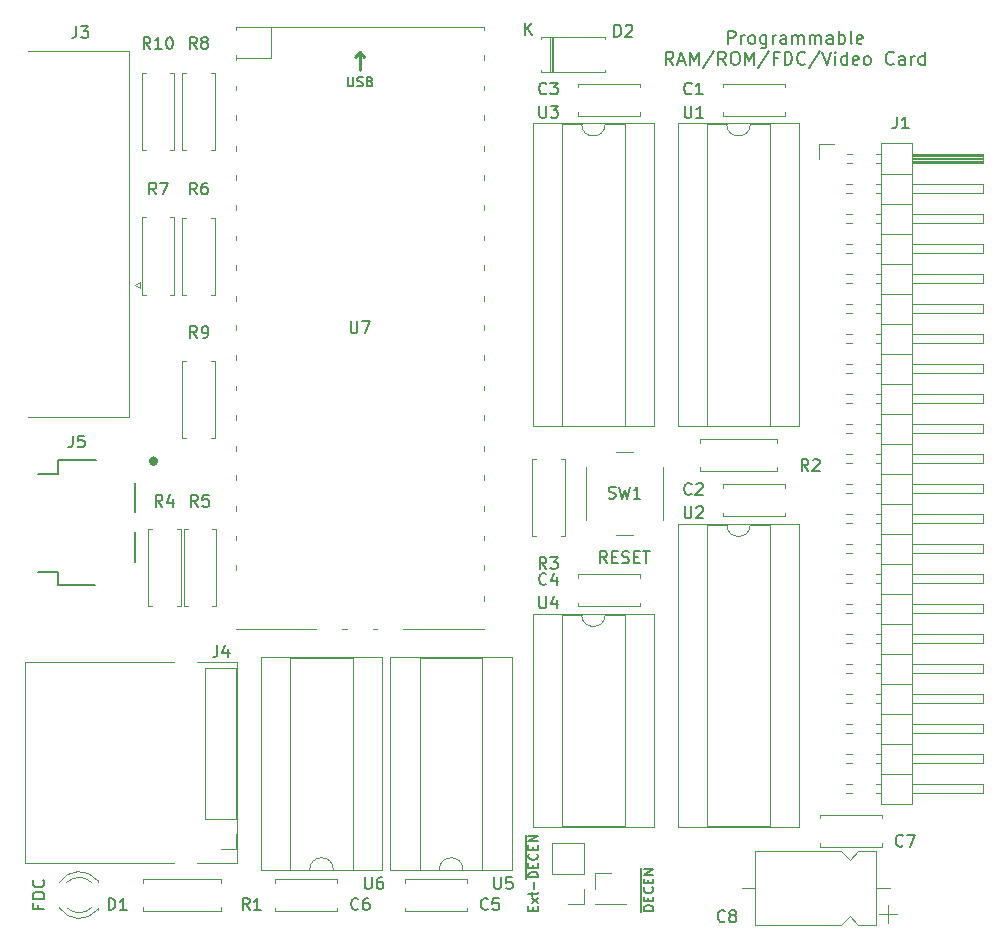
<source format=gbr>
%TF.GenerationSoftware,KiCad,Pcbnew,7.0.11*%
%TF.CreationDate,2025-07-10T10:55:19+02:00*%
%TF.ProjectId,kim-1-programmable-memory,6b696d2d-312d-4707-926f-6772616d6d61,rev?*%
%TF.SameCoordinates,Original*%
%TF.FileFunction,Legend,Top*%
%TF.FilePolarity,Positive*%
%FSLAX46Y46*%
G04 Gerber Fmt 4.6, Leading zero omitted, Abs format (unit mm)*
G04 Created by KiCad (PCBNEW 7.0.11) date 2025-07-10 10:55:19*
%MOMM*%
%LPD*%
G01*
G04 APERTURE LIST*
%ADD10C,0.150000*%
%ADD11C,0.250000*%
%ADD12C,0.120000*%
%ADD13C,0.100000*%
%ADD14C,0.127000*%
%ADD15C,0.400000*%
%ADD16R,1.800000X1.800000*%
%ADD17C,1.800000*%
%ADD18C,1.600000*%
%ADD19O,1.600000X1.600000*%
%ADD20C,2.200000*%
%ADD21R,1.700000X1.700000*%
%ADD22O,1.700000X1.700000*%
%ADD23O,1.800000X1.800000*%
%ADD24O,1.500000X1.500000*%
%ADD25R,3.400000X1.600000*%
%ADD26R,1.600000X1.600000*%
%ADD27C,2.754000*%
%ADD28C,3.820000*%
%ADD29C,5.600000*%
%ADD30C,2.000000*%
%ADD31C,4.000000*%
%ADD32R,2.200000X2.200000*%
%ADD33O,2.200000X2.200000*%
%ADD34R,2.000000X2.000000*%
%ADD35O,2.000000X2.000000*%
G04 APERTURE END LIST*
D10*
X131726667Y-70186580D02*
X131726667Y-69086580D01*
X131726667Y-69086580D02*
X132145715Y-69086580D01*
X132145715Y-69086580D02*
X132250477Y-69138961D01*
X132250477Y-69138961D02*
X132302858Y-69191342D01*
X132302858Y-69191342D02*
X132355239Y-69296104D01*
X132355239Y-69296104D02*
X132355239Y-69453247D01*
X132355239Y-69453247D02*
X132302858Y-69558009D01*
X132302858Y-69558009D02*
X132250477Y-69610390D01*
X132250477Y-69610390D02*
X132145715Y-69662771D01*
X132145715Y-69662771D02*
X131726667Y-69662771D01*
X132826667Y-70186580D02*
X132826667Y-69453247D01*
X132826667Y-69662771D02*
X132879048Y-69558009D01*
X132879048Y-69558009D02*
X132931429Y-69505628D01*
X132931429Y-69505628D02*
X133036191Y-69453247D01*
X133036191Y-69453247D02*
X133140953Y-69453247D01*
X133664762Y-70186580D02*
X133560000Y-70134200D01*
X133560000Y-70134200D02*
X133507619Y-70081819D01*
X133507619Y-70081819D02*
X133455238Y-69977057D01*
X133455238Y-69977057D02*
X133455238Y-69662771D01*
X133455238Y-69662771D02*
X133507619Y-69558009D01*
X133507619Y-69558009D02*
X133560000Y-69505628D01*
X133560000Y-69505628D02*
X133664762Y-69453247D01*
X133664762Y-69453247D02*
X133821905Y-69453247D01*
X133821905Y-69453247D02*
X133926667Y-69505628D01*
X133926667Y-69505628D02*
X133979048Y-69558009D01*
X133979048Y-69558009D02*
X134031429Y-69662771D01*
X134031429Y-69662771D02*
X134031429Y-69977057D01*
X134031429Y-69977057D02*
X133979048Y-70081819D01*
X133979048Y-70081819D02*
X133926667Y-70134200D01*
X133926667Y-70134200D02*
X133821905Y-70186580D01*
X133821905Y-70186580D02*
X133664762Y-70186580D01*
X134974286Y-69453247D02*
X134974286Y-70343723D01*
X134974286Y-70343723D02*
X134921905Y-70448485D01*
X134921905Y-70448485D02*
X134869524Y-70500866D01*
X134869524Y-70500866D02*
X134764762Y-70553247D01*
X134764762Y-70553247D02*
X134607619Y-70553247D01*
X134607619Y-70553247D02*
X134502857Y-70500866D01*
X134974286Y-70134200D02*
X134869524Y-70186580D01*
X134869524Y-70186580D02*
X134660000Y-70186580D01*
X134660000Y-70186580D02*
X134555238Y-70134200D01*
X134555238Y-70134200D02*
X134502857Y-70081819D01*
X134502857Y-70081819D02*
X134450476Y-69977057D01*
X134450476Y-69977057D02*
X134450476Y-69662771D01*
X134450476Y-69662771D02*
X134502857Y-69558009D01*
X134502857Y-69558009D02*
X134555238Y-69505628D01*
X134555238Y-69505628D02*
X134660000Y-69453247D01*
X134660000Y-69453247D02*
X134869524Y-69453247D01*
X134869524Y-69453247D02*
X134974286Y-69505628D01*
X135498095Y-70186580D02*
X135498095Y-69453247D01*
X135498095Y-69662771D02*
X135550476Y-69558009D01*
X135550476Y-69558009D02*
X135602857Y-69505628D01*
X135602857Y-69505628D02*
X135707619Y-69453247D01*
X135707619Y-69453247D02*
X135812381Y-69453247D01*
X136650476Y-70186580D02*
X136650476Y-69610390D01*
X136650476Y-69610390D02*
X136598095Y-69505628D01*
X136598095Y-69505628D02*
X136493333Y-69453247D01*
X136493333Y-69453247D02*
X136283809Y-69453247D01*
X136283809Y-69453247D02*
X136179047Y-69505628D01*
X136650476Y-70134200D02*
X136545714Y-70186580D01*
X136545714Y-70186580D02*
X136283809Y-70186580D01*
X136283809Y-70186580D02*
X136179047Y-70134200D01*
X136179047Y-70134200D02*
X136126666Y-70029438D01*
X136126666Y-70029438D02*
X136126666Y-69924676D01*
X136126666Y-69924676D02*
X136179047Y-69819914D01*
X136179047Y-69819914D02*
X136283809Y-69767533D01*
X136283809Y-69767533D02*
X136545714Y-69767533D01*
X136545714Y-69767533D02*
X136650476Y-69715152D01*
X137174285Y-70186580D02*
X137174285Y-69453247D01*
X137174285Y-69558009D02*
X137226666Y-69505628D01*
X137226666Y-69505628D02*
X137331428Y-69453247D01*
X137331428Y-69453247D02*
X137488571Y-69453247D01*
X137488571Y-69453247D02*
X137593333Y-69505628D01*
X137593333Y-69505628D02*
X137645714Y-69610390D01*
X137645714Y-69610390D02*
X137645714Y-70186580D01*
X137645714Y-69610390D02*
X137698095Y-69505628D01*
X137698095Y-69505628D02*
X137802857Y-69453247D01*
X137802857Y-69453247D02*
X137960000Y-69453247D01*
X137960000Y-69453247D02*
X138064761Y-69505628D01*
X138064761Y-69505628D02*
X138117142Y-69610390D01*
X138117142Y-69610390D02*
X138117142Y-70186580D01*
X138640952Y-70186580D02*
X138640952Y-69453247D01*
X138640952Y-69558009D02*
X138693333Y-69505628D01*
X138693333Y-69505628D02*
X138798095Y-69453247D01*
X138798095Y-69453247D02*
X138955238Y-69453247D01*
X138955238Y-69453247D02*
X139060000Y-69505628D01*
X139060000Y-69505628D02*
X139112381Y-69610390D01*
X139112381Y-69610390D02*
X139112381Y-70186580D01*
X139112381Y-69610390D02*
X139164762Y-69505628D01*
X139164762Y-69505628D02*
X139269524Y-69453247D01*
X139269524Y-69453247D02*
X139426667Y-69453247D01*
X139426667Y-69453247D02*
X139531428Y-69505628D01*
X139531428Y-69505628D02*
X139583809Y-69610390D01*
X139583809Y-69610390D02*
X139583809Y-70186580D01*
X140579048Y-70186580D02*
X140579048Y-69610390D01*
X140579048Y-69610390D02*
X140526667Y-69505628D01*
X140526667Y-69505628D02*
X140421905Y-69453247D01*
X140421905Y-69453247D02*
X140212381Y-69453247D01*
X140212381Y-69453247D02*
X140107619Y-69505628D01*
X140579048Y-70134200D02*
X140474286Y-70186580D01*
X140474286Y-70186580D02*
X140212381Y-70186580D01*
X140212381Y-70186580D02*
X140107619Y-70134200D01*
X140107619Y-70134200D02*
X140055238Y-70029438D01*
X140055238Y-70029438D02*
X140055238Y-69924676D01*
X140055238Y-69924676D02*
X140107619Y-69819914D01*
X140107619Y-69819914D02*
X140212381Y-69767533D01*
X140212381Y-69767533D02*
X140474286Y-69767533D01*
X140474286Y-69767533D02*
X140579048Y-69715152D01*
X141102857Y-70186580D02*
X141102857Y-69086580D01*
X141102857Y-69505628D02*
X141207619Y-69453247D01*
X141207619Y-69453247D02*
X141417143Y-69453247D01*
X141417143Y-69453247D02*
X141521905Y-69505628D01*
X141521905Y-69505628D02*
X141574286Y-69558009D01*
X141574286Y-69558009D02*
X141626667Y-69662771D01*
X141626667Y-69662771D02*
X141626667Y-69977057D01*
X141626667Y-69977057D02*
X141574286Y-70081819D01*
X141574286Y-70081819D02*
X141521905Y-70134200D01*
X141521905Y-70134200D02*
X141417143Y-70186580D01*
X141417143Y-70186580D02*
X141207619Y-70186580D01*
X141207619Y-70186580D02*
X141102857Y-70134200D01*
X142255238Y-70186580D02*
X142150476Y-70134200D01*
X142150476Y-70134200D02*
X142098095Y-70029438D01*
X142098095Y-70029438D02*
X142098095Y-69086580D01*
X143093333Y-70134200D02*
X142988571Y-70186580D01*
X142988571Y-70186580D02*
X142779047Y-70186580D01*
X142779047Y-70186580D02*
X142674285Y-70134200D01*
X142674285Y-70134200D02*
X142621904Y-70029438D01*
X142621904Y-70029438D02*
X142621904Y-69610390D01*
X142621904Y-69610390D02*
X142674285Y-69505628D01*
X142674285Y-69505628D02*
X142779047Y-69453247D01*
X142779047Y-69453247D02*
X142988571Y-69453247D01*
X142988571Y-69453247D02*
X143093333Y-69505628D01*
X143093333Y-69505628D02*
X143145714Y-69610390D01*
X143145714Y-69610390D02*
X143145714Y-69715152D01*
X143145714Y-69715152D02*
X142621904Y-69819914D01*
X127090953Y-71957580D02*
X126724286Y-71433771D01*
X126462381Y-71957580D02*
X126462381Y-70857580D01*
X126462381Y-70857580D02*
X126881429Y-70857580D01*
X126881429Y-70857580D02*
X126986191Y-70909961D01*
X126986191Y-70909961D02*
X127038572Y-70962342D01*
X127038572Y-70962342D02*
X127090953Y-71067104D01*
X127090953Y-71067104D02*
X127090953Y-71224247D01*
X127090953Y-71224247D02*
X127038572Y-71329009D01*
X127038572Y-71329009D02*
X126986191Y-71381390D01*
X126986191Y-71381390D02*
X126881429Y-71433771D01*
X126881429Y-71433771D02*
X126462381Y-71433771D01*
X127510000Y-71643295D02*
X128033810Y-71643295D01*
X127405238Y-71957580D02*
X127771905Y-70857580D01*
X127771905Y-70857580D02*
X128138572Y-71957580D01*
X128505238Y-71957580D02*
X128505238Y-70857580D01*
X128505238Y-70857580D02*
X128871905Y-71643295D01*
X128871905Y-71643295D02*
X129238572Y-70857580D01*
X129238572Y-70857580D02*
X129238572Y-71957580D01*
X130548096Y-70805200D02*
X129605238Y-72219485D01*
X131543334Y-71957580D02*
X131176667Y-71433771D01*
X130914762Y-71957580D02*
X130914762Y-70857580D01*
X130914762Y-70857580D02*
X131333810Y-70857580D01*
X131333810Y-70857580D02*
X131438572Y-70909961D01*
X131438572Y-70909961D02*
X131490953Y-70962342D01*
X131490953Y-70962342D02*
X131543334Y-71067104D01*
X131543334Y-71067104D02*
X131543334Y-71224247D01*
X131543334Y-71224247D02*
X131490953Y-71329009D01*
X131490953Y-71329009D02*
X131438572Y-71381390D01*
X131438572Y-71381390D02*
X131333810Y-71433771D01*
X131333810Y-71433771D02*
X130914762Y-71433771D01*
X132224286Y-70857580D02*
X132433810Y-70857580D01*
X132433810Y-70857580D02*
X132538572Y-70909961D01*
X132538572Y-70909961D02*
X132643334Y-71014723D01*
X132643334Y-71014723D02*
X132695715Y-71224247D01*
X132695715Y-71224247D02*
X132695715Y-71590914D01*
X132695715Y-71590914D02*
X132643334Y-71800438D01*
X132643334Y-71800438D02*
X132538572Y-71905200D01*
X132538572Y-71905200D02*
X132433810Y-71957580D01*
X132433810Y-71957580D02*
X132224286Y-71957580D01*
X132224286Y-71957580D02*
X132119524Y-71905200D01*
X132119524Y-71905200D02*
X132014762Y-71800438D01*
X132014762Y-71800438D02*
X131962381Y-71590914D01*
X131962381Y-71590914D02*
X131962381Y-71224247D01*
X131962381Y-71224247D02*
X132014762Y-71014723D01*
X132014762Y-71014723D02*
X132119524Y-70909961D01*
X132119524Y-70909961D02*
X132224286Y-70857580D01*
X133167143Y-71957580D02*
X133167143Y-70857580D01*
X133167143Y-70857580D02*
X133533810Y-71643295D01*
X133533810Y-71643295D02*
X133900477Y-70857580D01*
X133900477Y-70857580D02*
X133900477Y-71957580D01*
X135210001Y-70805200D02*
X134267143Y-72219485D01*
X135943334Y-71381390D02*
X135576667Y-71381390D01*
X135576667Y-71957580D02*
X135576667Y-70857580D01*
X135576667Y-70857580D02*
X136100477Y-70857580D01*
X136519524Y-71957580D02*
X136519524Y-70857580D01*
X136519524Y-70857580D02*
X136781429Y-70857580D01*
X136781429Y-70857580D02*
X136938572Y-70909961D01*
X136938572Y-70909961D02*
X137043334Y-71014723D01*
X137043334Y-71014723D02*
X137095715Y-71119485D01*
X137095715Y-71119485D02*
X137148096Y-71329009D01*
X137148096Y-71329009D02*
X137148096Y-71486152D01*
X137148096Y-71486152D02*
X137095715Y-71695676D01*
X137095715Y-71695676D02*
X137043334Y-71800438D01*
X137043334Y-71800438D02*
X136938572Y-71905200D01*
X136938572Y-71905200D02*
X136781429Y-71957580D01*
X136781429Y-71957580D02*
X136519524Y-71957580D01*
X138248096Y-71852819D02*
X138195715Y-71905200D01*
X138195715Y-71905200D02*
X138038572Y-71957580D01*
X138038572Y-71957580D02*
X137933810Y-71957580D01*
X137933810Y-71957580D02*
X137776667Y-71905200D01*
X137776667Y-71905200D02*
X137671905Y-71800438D01*
X137671905Y-71800438D02*
X137619524Y-71695676D01*
X137619524Y-71695676D02*
X137567143Y-71486152D01*
X137567143Y-71486152D02*
X137567143Y-71329009D01*
X137567143Y-71329009D02*
X137619524Y-71119485D01*
X137619524Y-71119485D02*
X137671905Y-71014723D01*
X137671905Y-71014723D02*
X137776667Y-70909961D01*
X137776667Y-70909961D02*
X137933810Y-70857580D01*
X137933810Y-70857580D02*
X138038572Y-70857580D01*
X138038572Y-70857580D02*
X138195715Y-70909961D01*
X138195715Y-70909961D02*
X138248096Y-70962342D01*
X139505239Y-70805200D02*
X138562381Y-72219485D01*
X139714762Y-70857580D02*
X140081429Y-71957580D01*
X140081429Y-71957580D02*
X140448096Y-70857580D01*
X140814762Y-71957580D02*
X140814762Y-71224247D01*
X140814762Y-70857580D02*
X140762381Y-70909961D01*
X140762381Y-70909961D02*
X140814762Y-70962342D01*
X140814762Y-70962342D02*
X140867143Y-70909961D01*
X140867143Y-70909961D02*
X140814762Y-70857580D01*
X140814762Y-70857580D02*
X140814762Y-70962342D01*
X141810001Y-71957580D02*
X141810001Y-70857580D01*
X141810001Y-71905200D02*
X141705239Y-71957580D01*
X141705239Y-71957580D02*
X141495715Y-71957580D01*
X141495715Y-71957580D02*
X141390953Y-71905200D01*
X141390953Y-71905200D02*
X141338572Y-71852819D01*
X141338572Y-71852819D02*
X141286191Y-71748057D01*
X141286191Y-71748057D02*
X141286191Y-71433771D01*
X141286191Y-71433771D02*
X141338572Y-71329009D01*
X141338572Y-71329009D02*
X141390953Y-71276628D01*
X141390953Y-71276628D02*
X141495715Y-71224247D01*
X141495715Y-71224247D02*
X141705239Y-71224247D01*
X141705239Y-71224247D02*
X141810001Y-71276628D01*
X142752858Y-71905200D02*
X142648096Y-71957580D01*
X142648096Y-71957580D02*
X142438572Y-71957580D01*
X142438572Y-71957580D02*
X142333810Y-71905200D01*
X142333810Y-71905200D02*
X142281429Y-71800438D01*
X142281429Y-71800438D02*
X142281429Y-71381390D01*
X142281429Y-71381390D02*
X142333810Y-71276628D01*
X142333810Y-71276628D02*
X142438572Y-71224247D01*
X142438572Y-71224247D02*
X142648096Y-71224247D01*
X142648096Y-71224247D02*
X142752858Y-71276628D01*
X142752858Y-71276628D02*
X142805239Y-71381390D01*
X142805239Y-71381390D02*
X142805239Y-71486152D01*
X142805239Y-71486152D02*
X142281429Y-71590914D01*
X143433810Y-71957580D02*
X143329048Y-71905200D01*
X143329048Y-71905200D02*
X143276667Y-71852819D01*
X143276667Y-71852819D02*
X143224286Y-71748057D01*
X143224286Y-71748057D02*
X143224286Y-71433771D01*
X143224286Y-71433771D02*
X143276667Y-71329009D01*
X143276667Y-71329009D02*
X143329048Y-71276628D01*
X143329048Y-71276628D02*
X143433810Y-71224247D01*
X143433810Y-71224247D02*
X143590953Y-71224247D01*
X143590953Y-71224247D02*
X143695715Y-71276628D01*
X143695715Y-71276628D02*
X143748096Y-71329009D01*
X143748096Y-71329009D02*
X143800477Y-71433771D01*
X143800477Y-71433771D02*
X143800477Y-71748057D01*
X143800477Y-71748057D02*
X143748096Y-71852819D01*
X143748096Y-71852819D02*
X143695715Y-71905200D01*
X143695715Y-71905200D02*
X143590953Y-71957580D01*
X143590953Y-71957580D02*
X143433810Y-71957580D01*
X145738572Y-71852819D02*
X145686191Y-71905200D01*
X145686191Y-71905200D02*
X145529048Y-71957580D01*
X145529048Y-71957580D02*
X145424286Y-71957580D01*
X145424286Y-71957580D02*
X145267143Y-71905200D01*
X145267143Y-71905200D02*
X145162381Y-71800438D01*
X145162381Y-71800438D02*
X145110000Y-71695676D01*
X145110000Y-71695676D02*
X145057619Y-71486152D01*
X145057619Y-71486152D02*
X145057619Y-71329009D01*
X145057619Y-71329009D02*
X145110000Y-71119485D01*
X145110000Y-71119485D02*
X145162381Y-71014723D01*
X145162381Y-71014723D02*
X145267143Y-70909961D01*
X145267143Y-70909961D02*
X145424286Y-70857580D01*
X145424286Y-70857580D02*
X145529048Y-70857580D01*
X145529048Y-70857580D02*
X145686191Y-70909961D01*
X145686191Y-70909961D02*
X145738572Y-70962342D01*
X146681429Y-71957580D02*
X146681429Y-71381390D01*
X146681429Y-71381390D02*
X146629048Y-71276628D01*
X146629048Y-71276628D02*
X146524286Y-71224247D01*
X146524286Y-71224247D02*
X146314762Y-71224247D01*
X146314762Y-71224247D02*
X146210000Y-71276628D01*
X146681429Y-71905200D02*
X146576667Y-71957580D01*
X146576667Y-71957580D02*
X146314762Y-71957580D01*
X146314762Y-71957580D02*
X146210000Y-71905200D01*
X146210000Y-71905200D02*
X146157619Y-71800438D01*
X146157619Y-71800438D02*
X146157619Y-71695676D01*
X146157619Y-71695676D02*
X146210000Y-71590914D01*
X146210000Y-71590914D02*
X146314762Y-71538533D01*
X146314762Y-71538533D02*
X146576667Y-71538533D01*
X146576667Y-71538533D02*
X146681429Y-71486152D01*
X147205238Y-71957580D02*
X147205238Y-71224247D01*
X147205238Y-71433771D02*
X147257619Y-71329009D01*
X147257619Y-71329009D02*
X147310000Y-71276628D01*
X147310000Y-71276628D02*
X147414762Y-71224247D01*
X147414762Y-71224247D02*
X147519524Y-71224247D01*
X148357619Y-71957580D02*
X148357619Y-70857580D01*
X148357619Y-71905200D02*
X148252857Y-71957580D01*
X148252857Y-71957580D02*
X148043333Y-71957580D01*
X148043333Y-71957580D02*
X147938571Y-71905200D01*
X147938571Y-71905200D02*
X147886190Y-71852819D01*
X147886190Y-71852819D02*
X147833809Y-71748057D01*
X147833809Y-71748057D02*
X147833809Y-71433771D01*
X147833809Y-71433771D02*
X147886190Y-71329009D01*
X147886190Y-71329009D02*
X147938571Y-71276628D01*
X147938571Y-71276628D02*
X148043333Y-71224247D01*
X148043333Y-71224247D02*
X148252857Y-71224247D01*
X148252857Y-71224247D02*
X148357619Y-71276628D01*
X79281905Y-143514819D02*
X79281905Y-142514819D01*
X79281905Y-142514819D02*
X79520000Y-142514819D01*
X79520000Y-142514819D02*
X79662857Y-142562438D01*
X79662857Y-142562438D02*
X79758095Y-142657676D01*
X79758095Y-142657676D02*
X79805714Y-142752914D01*
X79805714Y-142752914D02*
X79853333Y-142943390D01*
X79853333Y-142943390D02*
X79853333Y-143086247D01*
X79853333Y-143086247D02*
X79805714Y-143276723D01*
X79805714Y-143276723D02*
X79758095Y-143371961D01*
X79758095Y-143371961D02*
X79662857Y-143467200D01*
X79662857Y-143467200D02*
X79520000Y-143514819D01*
X79520000Y-143514819D02*
X79281905Y-143514819D01*
X80805714Y-143514819D02*
X80234286Y-143514819D01*
X80520000Y-143514819D02*
X80520000Y-142514819D01*
X80520000Y-142514819D02*
X80424762Y-142657676D01*
X80424762Y-142657676D02*
X80329524Y-142752914D01*
X80329524Y-142752914D02*
X80234286Y-142800533D01*
X73326009Y-143077142D02*
X73326009Y-143410475D01*
X73849819Y-143410475D02*
X72849819Y-143410475D01*
X72849819Y-143410475D02*
X72849819Y-142934285D01*
X73849819Y-142553332D02*
X72849819Y-142553332D01*
X72849819Y-142553332D02*
X72849819Y-142315237D01*
X72849819Y-142315237D02*
X72897438Y-142172380D01*
X72897438Y-142172380D02*
X72992676Y-142077142D01*
X72992676Y-142077142D02*
X73087914Y-142029523D01*
X73087914Y-142029523D02*
X73278390Y-141981904D01*
X73278390Y-141981904D02*
X73421247Y-141981904D01*
X73421247Y-141981904D02*
X73611723Y-142029523D01*
X73611723Y-142029523D02*
X73706961Y-142077142D01*
X73706961Y-142077142D02*
X73802200Y-142172380D01*
X73802200Y-142172380D02*
X73849819Y-142315237D01*
X73849819Y-142315237D02*
X73849819Y-142553332D01*
X73754580Y-140981904D02*
X73802200Y-141029523D01*
X73802200Y-141029523D02*
X73849819Y-141172380D01*
X73849819Y-141172380D02*
X73849819Y-141267618D01*
X73849819Y-141267618D02*
X73802200Y-141410475D01*
X73802200Y-141410475D02*
X73706961Y-141505713D01*
X73706961Y-141505713D02*
X73611723Y-141553332D01*
X73611723Y-141553332D02*
X73421247Y-141600951D01*
X73421247Y-141600951D02*
X73278390Y-141600951D01*
X73278390Y-141600951D02*
X73087914Y-141553332D01*
X73087914Y-141553332D02*
X72992676Y-141505713D01*
X72992676Y-141505713D02*
X72897438Y-141410475D01*
X72897438Y-141410475D02*
X72849819Y-141267618D01*
X72849819Y-141267618D02*
X72849819Y-141172380D01*
X72849819Y-141172380D02*
X72897438Y-141029523D01*
X72897438Y-141029523D02*
X72945057Y-140981904D01*
X91213333Y-143514819D02*
X90880000Y-143038628D01*
X90641905Y-143514819D02*
X90641905Y-142514819D01*
X90641905Y-142514819D02*
X91022857Y-142514819D01*
X91022857Y-142514819D02*
X91118095Y-142562438D01*
X91118095Y-142562438D02*
X91165714Y-142610057D01*
X91165714Y-142610057D02*
X91213333Y-142705295D01*
X91213333Y-142705295D02*
X91213333Y-142848152D01*
X91213333Y-142848152D02*
X91165714Y-142943390D01*
X91165714Y-142943390D02*
X91118095Y-142991009D01*
X91118095Y-142991009D02*
X91022857Y-143038628D01*
X91022857Y-143038628D02*
X90641905Y-143038628D01*
X92165714Y-143514819D02*
X91594286Y-143514819D01*
X91880000Y-143514819D02*
X91880000Y-142514819D01*
X91880000Y-142514819D02*
X91784762Y-142657676D01*
X91784762Y-142657676D02*
X91689524Y-142752914D01*
X91689524Y-142752914D02*
X91594286Y-142800533D01*
X88466666Y-121114819D02*
X88466666Y-121829104D01*
X88466666Y-121829104D02*
X88419047Y-121971961D01*
X88419047Y-121971961D02*
X88323809Y-122067200D01*
X88323809Y-122067200D02*
X88180952Y-122114819D01*
X88180952Y-122114819D02*
X88085714Y-122114819D01*
X89371428Y-121448152D02*
X89371428Y-122114819D01*
X89133333Y-121067200D02*
X88895238Y-121781485D01*
X88895238Y-121781485D02*
X89514285Y-121781485D01*
X99778095Y-93674819D02*
X99778095Y-94484342D01*
X99778095Y-94484342D02*
X99825714Y-94579580D01*
X99825714Y-94579580D02*
X99873333Y-94627200D01*
X99873333Y-94627200D02*
X99968571Y-94674819D01*
X99968571Y-94674819D02*
X100159047Y-94674819D01*
X100159047Y-94674819D02*
X100254285Y-94627200D01*
X100254285Y-94627200D02*
X100301904Y-94579580D01*
X100301904Y-94579580D02*
X100349523Y-94484342D01*
X100349523Y-94484342D02*
X100349523Y-93674819D01*
X100730476Y-93674819D02*
X101397142Y-93674819D01*
X101397142Y-93674819D02*
X100968571Y-94674819D01*
X99530476Y-72984295D02*
X99530476Y-73631914D01*
X99530476Y-73631914D02*
X99568571Y-73708104D01*
X99568571Y-73708104D02*
X99606666Y-73746200D01*
X99606666Y-73746200D02*
X99682857Y-73784295D01*
X99682857Y-73784295D02*
X99835238Y-73784295D01*
X99835238Y-73784295D02*
X99911428Y-73746200D01*
X99911428Y-73746200D02*
X99949523Y-73708104D01*
X99949523Y-73708104D02*
X99987619Y-73631914D01*
X99987619Y-73631914D02*
X99987619Y-72984295D01*
X100330475Y-73746200D02*
X100444761Y-73784295D01*
X100444761Y-73784295D02*
X100635237Y-73784295D01*
X100635237Y-73784295D02*
X100711428Y-73746200D01*
X100711428Y-73746200D02*
X100749523Y-73708104D01*
X100749523Y-73708104D02*
X100787618Y-73631914D01*
X100787618Y-73631914D02*
X100787618Y-73555723D01*
X100787618Y-73555723D02*
X100749523Y-73479533D01*
X100749523Y-73479533D02*
X100711428Y-73441438D01*
X100711428Y-73441438D02*
X100635237Y-73403342D01*
X100635237Y-73403342D02*
X100482856Y-73365247D01*
X100482856Y-73365247D02*
X100406666Y-73327152D01*
X100406666Y-73327152D02*
X100368571Y-73289057D01*
X100368571Y-73289057D02*
X100330475Y-73212866D01*
X100330475Y-73212866D02*
X100330475Y-73136676D01*
X100330475Y-73136676D02*
X100368571Y-73060485D01*
X100368571Y-73060485D02*
X100406666Y-73022390D01*
X100406666Y-73022390D02*
X100482856Y-72984295D01*
X100482856Y-72984295D02*
X100673333Y-72984295D01*
X100673333Y-72984295D02*
X100787618Y-73022390D01*
X101397142Y-73365247D02*
X101511428Y-73403342D01*
X101511428Y-73403342D02*
X101549523Y-73441438D01*
X101549523Y-73441438D02*
X101587619Y-73517628D01*
X101587619Y-73517628D02*
X101587619Y-73631914D01*
X101587619Y-73631914D02*
X101549523Y-73708104D01*
X101549523Y-73708104D02*
X101511428Y-73746200D01*
X101511428Y-73746200D02*
X101435238Y-73784295D01*
X101435238Y-73784295D02*
X101130476Y-73784295D01*
X101130476Y-73784295D02*
X101130476Y-72984295D01*
X101130476Y-72984295D02*
X101397142Y-72984295D01*
X101397142Y-72984295D02*
X101473333Y-73022390D01*
X101473333Y-73022390D02*
X101511428Y-73060485D01*
X101511428Y-73060485D02*
X101549523Y-73136676D01*
X101549523Y-73136676D02*
X101549523Y-73212866D01*
X101549523Y-73212866D02*
X101511428Y-73289057D01*
X101511428Y-73289057D02*
X101473333Y-73327152D01*
X101473333Y-73327152D02*
X101397142Y-73365247D01*
X101397142Y-73365247D02*
X101130476Y-73365247D01*
D11*
X100540000Y-72402238D02*
X100540000Y-70878428D01*
X100159047Y-71259380D02*
X100540000Y-70878428D01*
X100540000Y-70878428D02*
X100920952Y-71259380D01*
D10*
X116343333Y-74369580D02*
X116295714Y-74417200D01*
X116295714Y-74417200D02*
X116152857Y-74464819D01*
X116152857Y-74464819D02*
X116057619Y-74464819D01*
X116057619Y-74464819D02*
X115914762Y-74417200D01*
X115914762Y-74417200D02*
X115819524Y-74321961D01*
X115819524Y-74321961D02*
X115771905Y-74226723D01*
X115771905Y-74226723D02*
X115724286Y-74036247D01*
X115724286Y-74036247D02*
X115724286Y-73893390D01*
X115724286Y-73893390D02*
X115771905Y-73702914D01*
X115771905Y-73702914D02*
X115819524Y-73607676D01*
X115819524Y-73607676D02*
X115914762Y-73512438D01*
X115914762Y-73512438D02*
X116057619Y-73464819D01*
X116057619Y-73464819D02*
X116152857Y-73464819D01*
X116152857Y-73464819D02*
X116295714Y-73512438D01*
X116295714Y-73512438D02*
X116343333Y-73560057D01*
X116676667Y-73464819D02*
X117295714Y-73464819D01*
X117295714Y-73464819D02*
X116962381Y-73845771D01*
X116962381Y-73845771D02*
X117105238Y-73845771D01*
X117105238Y-73845771D02*
X117200476Y-73893390D01*
X117200476Y-73893390D02*
X117248095Y-73941009D01*
X117248095Y-73941009D02*
X117295714Y-74036247D01*
X117295714Y-74036247D02*
X117295714Y-74274342D01*
X117295714Y-74274342D02*
X117248095Y-74369580D01*
X117248095Y-74369580D02*
X117200476Y-74417200D01*
X117200476Y-74417200D02*
X117105238Y-74464819D01*
X117105238Y-74464819D02*
X116819524Y-74464819D01*
X116819524Y-74464819D02*
X116724286Y-74417200D01*
X116724286Y-74417200D02*
X116676667Y-74369580D01*
X125382295Y-143572380D02*
X124582295Y-143572380D01*
X124582295Y-143572380D02*
X124582295Y-143381904D01*
X124582295Y-143381904D02*
X124620390Y-143267618D01*
X124620390Y-143267618D02*
X124696580Y-143191428D01*
X124696580Y-143191428D02*
X124772771Y-143153333D01*
X124772771Y-143153333D02*
X124925152Y-143115237D01*
X124925152Y-143115237D02*
X125039438Y-143115237D01*
X125039438Y-143115237D02*
X125191819Y-143153333D01*
X125191819Y-143153333D02*
X125268009Y-143191428D01*
X125268009Y-143191428D02*
X125344200Y-143267618D01*
X125344200Y-143267618D02*
X125382295Y-143381904D01*
X125382295Y-143381904D02*
X125382295Y-143572380D01*
X124963247Y-142772380D02*
X124963247Y-142505714D01*
X125382295Y-142391428D02*
X125382295Y-142772380D01*
X125382295Y-142772380D02*
X124582295Y-142772380D01*
X124582295Y-142772380D02*
X124582295Y-142391428D01*
X125306104Y-141591427D02*
X125344200Y-141629523D01*
X125344200Y-141629523D02*
X125382295Y-141743808D01*
X125382295Y-141743808D02*
X125382295Y-141819999D01*
X125382295Y-141819999D02*
X125344200Y-141934285D01*
X125344200Y-141934285D02*
X125268009Y-142010475D01*
X125268009Y-142010475D02*
X125191819Y-142048570D01*
X125191819Y-142048570D02*
X125039438Y-142086666D01*
X125039438Y-142086666D02*
X124925152Y-142086666D01*
X124925152Y-142086666D02*
X124772771Y-142048570D01*
X124772771Y-142048570D02*
X124696580Y-142010475D01*
X124696580Y-142010475D02*
X124620390Y-141934285D01*
X124620390Y-141934285D02*
X124582295Y-141819999D01*
X124582295Y-141819999D02*
X124582295Y-141743808D01*
X124582295Y-141743808D02*
X124620390Y-141629523D01*
X124620390Y-141629523D02*
X124658485Y-141591427D01*
X124963247Y-141248570D02*
X124963247Y-140981904D01*
X125382295Y-140867618D02*
X125382295Y-141248570D01*
X125382295Y-141248570D02*
X124582295Y-141248570D01*
X124582295Y-141248570D02*
X124582295Y-140867618D01*
X125382295Y-140524760D02*
X124582295Y-140524760D01*
X124582295Y-140524760D02*
X125382295Y-140067617D01*
X125382295Y-140067617D02*
X124582295Y-140067617D01*
X124360200Y-143682857D02*
X124360200Y-139957142D01*
X76236031Y-103343794D02*
X76236031Y-104059441D01*
X76236031Y-104059441D02*
X76188322Y-104202571D01*
X76188322Y-104202571D02*
X76092902Y-104297991D01*
X76092902Y-104297991D02*
X75949773Y-104345700D01*
X75949773Y-104345700D02*
X75854353Y-104345700D01*
X77190228Y-103343794D02*
X76713130Y-103343794D01*
X76713130Y-103343794D02*
X76665420Y-103820892D01*
X76665420Y-103820892D02*
X76713130Y-103773183D01*
X76713130Y-103773183D02*
X76808549Y-103725473D01*
X76808549Y-103725473D02*
X77047098Y-103725473D01*
X77047098Y-103725473D02*
X77142518Y-103773183D01*
X77142518Y-103773183D02*
X77190228Y-103820892D01*
X77190228Y-103820892D02*
X77237937Y-103916312D01*
X77237937Y-103916312D02*
X77237937Y-104154861D01*
X77237937Y-104154861D02*
X77190228Y-104250281D01*
X77190228Y-104250281D02*
X77142518Y-104297991D01*
X77142518Y-104297991D02*
X77047098Y-104345700D01*
X77047098Y-104345700D02*
X76808549Y-104345700D01*
X76808549Y-104345700D02*
X76713130Y-104297991D01*
X76713130Y-104297991D02*
X76665420Y-104250281D01*
X116333333Y-114644819D02*
X116000000Y-114168628D01*
X115761905Y-114644819D02*
X115761905Y-113644819D01*
X115761905Y-113644819D02*
X116142857Y-113644819D01*
X116142857Y-113644819D02*
X116238095Y-113692438D01*
X116238095Y-113692438D02*
X116285714Y-113740057D01*
X116285714Y-113740057D02*
X116333333Y-113835295D01*
X116333333Y-113835295D02*
X116333333Y-113978152D01*
X116333333Y-113978152D02*
X116285714Y-114073390D01*
X116285714Y-114073390D02*
X116238095Y-114121009D01*
X116238095Y-114121009D02*
X116142857Y-114168628D01*
X116142857Y-114168628D02*
X115761905Y-114168628D01*
X116666667Y-113644819D02*
X117285714Y-113644819D01*
X117285714Y-113644819D02*
X116952381Y-114025771D01*
X116952381Y-114025771D02*
X117095238Y-114025771D01*
X117095238Y-114025771D02*
X117190476Y-114073390D01*
X117190476Y-114073390D02*
X117238095Y-114121009D01*
X117238095Y-114121009D02*
X117285714Y-114216247D01*
X117285714Y-114216247D02*
X117285714Y-114454342D01*
X117285714Y-114454342D02*
X117238095Y-114549580D01*
X117238095Y-114549580D02*
X117190476Y-114597200D01*
X117190476Y-114597200D02*
X117095238Y-114644819D01*
X117095238Y-114644819D02*
X116809524Y-114644819D01*
X116809524Y-114644819D02*
X116714286Y-114597200D01*
X116714286Y-114597200D02*
X116666667Y-114549580D01*
X111908095Y-140734819D02*
X111908095Y-141544342D01*
X111908095Y-141544342D02*
X111955714Y-141639580D01*
X111955714Y-141639580D02*
X112003333Y-141687200D01*
X112003333Y-141687200D02*
X112098571Y-141734819D01*
X112098571Y-141734819D02*
X112289047Y-141734819D01*
X112289047Y-141734819D02*
X112384285Y-141687200D01*
X112384285Y-141687200D02*
X112431904Y-141639580D01*
X112431904Y-141639580D02*
X112479523Y-141544342D01*
X112479523Y-141544342D02*
X112479523Y-140734819D01*
X113431904Y-140734819D02*
X112955714Y-140734819D01*
X112955714Y-140734819D02*
X112908095Y-141211009D01*
X112908095Y-141211009D02*
X112955714Y-141163390D01*
X112955714Y-141163390D02*
X113050952Y-141115771D01*
X113050952Y-141115771D02*
X113289047Y-141115771D01*
X113289047Y-141115771D02*
X113384285Y-141163390D01*
X113384285Y-141163390D02*
X113431904Y-141211009D01*
X113431904Y-141211009D02*
X113479523Y-141306247D01*
X113479523Y-141306247D02*
X113479523Y-141544342D01*
X113479523Y-141544342D02*
X113431904Y-141639580D01*
X113431904Y-141639580D02*
X113384285Y-141687200D01*
X113384285Y-141687200D02*
X113289047Y-141734819D01*
X113289047Y-141734819D02*
X113050952Y-141734819D01*
X113050952Y-141734819D02*
X112955714Y-141687200D01*
X112955714Y-141687200D02*
X112908095Y-141639580D01*
X100423333Y-143419580D02*
X100375714Y-143467200D01*
X100375714Y-143467200D02*
X100232857Y-143514819D01*
X100232857Y-143514819D02*
X100137619Y-143514819D01*
X100137619Y-143514819D02*
X99994762Y-143467200D01*
X99994762Y-143467200D02*
X99899524Y-143371961D01*
X99899524Y-143371961D02*
X99851905Y-143276723D01*
X99851905Y-143276723D02*
X99804286Y-143086247D01*
X99804286Y-143086247D02*
X99804286Y-142943390D01*
X99804286Y-142943390D02*
X99851905Y-142752914D01*
X99851905Y-142752914D02*
X99899524Y-142657676D01*
X99899524Y-142657676D02*
X99994762Y-142562438D01*
X99994762Y-142562438D02*
X100137619Y-142514819D01*
X100137619Y-142514819D02*
X100232857Y-142514819D01*
X100232857Y-142514819D02*
X100375714Y-142562438D01*
X100375714Y-142562438D02*
X100423333Y-142610057D01*
X101280476Y-142514819D02*
X101090000Y-142514819D01*
X101090000Y-142514819D02*
X100994762Y-142562438D01*
X100994762Y-142562438D02*
X100947143Y-142610057D01*
X100947143Y-142610057D02*
X100851905Y-142752914D01*
X100851905Y-142752914D02*
X100804286Y-142943390D01*
X100804286Y-142943390D02*
X100804286Y-143324342D01*
X100804286Y-143324342D02*
X100851905Y-143419580D01*
X100851905Y-143419580D02*
X100899524Y-143467200D01*
X100899524Y-143467200D02*
X100994762Y-143514819D01*
X100994762Y-143514819D02*
X101185238Y-143514819D01*
X101185238Y-143514819D02*
X101280476Y-143467200D01*
X101280476Y-143467200D02*
X101328095Y-143419580D01*
X101328095Y-143419580D02*
X101375714Y-143324342D01*
X101375714Y-143324342D02*
X101375714Y-143086247D01*
X101375714Y-143086247D02*
X101328095Y-142991009D01*
X101328095Y-142991009D02*
X101280476Y-142943390D01*
X101280476Y-142943390D02*
X101185238Y-142895771D01*
X101185238Y-142895771D02*
X100994762Y-142895771D01*
X100994762Y-142895771D02*
X100899524Y-142943390D01*
X100899524Y-142943390D02*
X100851905Y-142991009D01*
X100851905Y-142991009D02*
X100804286Y-143086247D01*
X111393333Y-143419580D02*
X111345714Y-143467200D01*
X111345714Y-143467200D02*
X111202857Y-143514819D01*
X111202857Y-143514819D02*
X111107619Y-143514819D01*
X111107619Y-143514819D02*
X110964762Y-143467200D01*
X110964762Y-143467200D02*
X110869524Y-143371961D01*
X110869524Y-143371961D02*
X110821905Y-143276723D01*
X110821905Y-143276723D02*
X110774286Y-143086247D01*
X110774286Y-143086247D02*
X110774286Y-142943390D01*
X110774286Y-142943390D02*
X110821905Y-142752914D01*
X110821905Y-142752914D02*
X110869524Y-142657676D01*
X110869524Y-142657676D02*
X110964762Y-142562438D01*
X110964762Y-142562438D02*
X111107619Y-142514819D01*
X111107619Y-142514819D02*
X111202857Y-142514819D01*
X111202857Y-142514819D02*
X111345714Y-142562438D01*
X111345714Y-142562438D02*
X111393333Y-142610057D01*
X112298095Y-142514819D02*
X111821905Y-142514819D01*
X111821905Y-142514819D02*
X111774286Y-142991009D01*
X111774286Y-142991009D02*
X111821905Y-142943390D01*
X111821905Y-142943390D02*
X111917143Y-142895771D01*
X111917143Y-142895771D02*
X112155238Y-142895771D01*
X112155238Y-142895771D02*
X112250476Y-142943390D01*
X112250476Y-142943390D02*
X112298095Y-142991009D01*
X112298095Y-142991009D02*
X112345714Y-143086247D01*
X112345714Y-143086247D02*
X112345714Y-143324342D01*
X112345714Y-143324342D02*
X112298095Y-143419580D01*
X112298095Y-143419580D02*
X112250476Y-143467200D01*
X112250476Y-143467200D02*
X112155238Y-143514819D01*
X112155238Y-143514819D02*
X111917143Y-143514819D01*
X111917143Y-143514819D02*
X111821905Y-143467200D01*
X111821905Y-143467200D02*
X111774286Y-143419580D01*
X116343333Y-115899580D02*
X116295714Y-115947200D01*
X116295714Y-115947200D02*
X116152857Y-115994819D01*
X116152857Y-115994819D02*
X116057619Y-115994819D01*
X116057619Y-115994819D02*
X115914762Y-115947200D01*
X115914762Y-115947200D02*
X115819524Y-115851961D01*
X115819524Y-115851961D02*
X115771905Y-115756723D01*
X115771905Y-115756723D02*
X115724286Y-115566247D01*
X115724286Y-115566247D02*
X115724286Y-115423390D01*
X115724286Y-115423390D02*
X115771905Y-115232914D01*
X115771905Y-115232914D02*
X115819524Y-115137676D01*
X115819524Y-115137676D02*
X115914762Y-115042438D01*
X115914762Y-115042438D02*
X116057619Y-114994819D01*
X116057619Y-114994819D02*
X116152857Y-114994819D01*
X116152857Y-114994819D02*
X116295714Y-115042438D01*
X116295714Y-115042438D02*
X116343333Y-115090057D01*
X117200476Y-115328152D02*
X117200476Y-115994819D01*
X116962381Y-114947200D02*
X116724286Y-115661485D01*
X116724286Y-115661485D02*
X117343333Y-115661485D01*
X121626667Y-108627200D02*
X121769524Y-108674819D01*
X121769524Y-108674819D02*
X122007619Y-108674819D01*
X122007619Y-108674819D02*
X122102857Y-108627200D01*
X122102857Y-108627200D02*
X122150476Y-108579580D01*
X122150476Y-108579580D02*
X122198095Y-108484342D01*
X122198095Y-108484342D02*
X122198095Y-108389104D01*
X122198095Y-108389104D02*
X122150476Y-108293866D01*
X122150476Y-108293866D02*
X122102857Y-108246247D01*
X122102857Y-108246247D02*
X122007619Y-108198628D01*
X122007619Y-108198628D02*
X121817143Y-108151009D01*
X121817143Y-108151009D02*
X121721905Y-108103390D01*
X121721905Y-108103390D02*
X121674286Y-108055771D01*
X121674286Y-108055771D02*
X121626667Y-107960533D01*
X121626667Y-107960533D02*
X121626667Y-107865295D01*
X121626667Y-107865295D02*
X121674286Y-107770057D01*
X121674286Y-107770057D02*
X121721905Y-107722438D01*
X121721905Y-107722438D02*
X121817143Y-107674819D01*
X121817143Y-107674819D02*
X122055238Y-107674819D01*
X122055238Y-107674819D02*
X122198095Y-107722438D01*
X122531429Y-107674819D02*
X122769524Y-108674819D01*
X122769524Y-108674819D02*
X122960000Y-107960533D01*
X122960000Y-107960533D02*
X123150476Y-108674819D01*
X123150476Y-108674819D02*
X123388572Y-107674819D01*
X124293333Y-108674819D02*
X123721905Y-108674819D01*
X124007619Y-108674819D02*
X124007619Y-107674819D01*
X124007619Y-107674819D02*
X123912381Y-107817676D01*
X123912381Y-107817676D02*
X123817143Y-107912914D01*
X123817143Y-107912914D02*
X123721905Y-107960533D01*
X121477618Y-114144819D02*
X121144285Y-113668628D01*
X120906190Y-114144819D02*
X120906190Y-113144819D01*
X120906190Y-113144819D02*
X121287142Y-113144819D01*
X121287142Y-113144819D02*
X121382380Y-113192438D01*
X121382380Y-113192438D02*
X121429999Y-113240057D01*
X121429999Y-113240057D02*
X121477618Y-113335295D01*
X121477618Y-113335295D02*
X121477618Y-113478152D01*
X121477618Y-113478152D02*
X121429999Y-113573390D01*
X121429999Y-113573390D02*
X121382380Y-113621009D01*
X121382380Y-113621009D02*
X121287142Y-113668628D01*
X121287142Y-113668628D02*
X120906190Y-113668628D01*
X121906190Y-113621009D02*
X122239523Y-113621009D01*
X122382380Y-114144819D02*
X121906190Y-114144819D01*
X121906190Y-114144819D02*
X121906190Y-113144819D01*
X121906190Y-113144819D02*
X122382380Y-113144819D01*
X122763333Y-114097200D02*
X122906190Y-114144819D01*
X122906190Y-114144819D02*
X123144285Y-114144819D01*
X123144285Y-114144819D02*
X123239523Y-114097200D01*
X123239523Y-114097200D02*
X123287142Y-114049580D01*
X123287142Y-114049580D02*
X123334761Y-113954342D01*
X123334761Y-113954342D02*
X123334761Y-113859104D01*
X123334761Y-113859104D02*
X123287142Y-113763866D01*
X123287142Y-113763866D02*
X123239523Y-113716247D01*
X123239523Y-113716247D02*
X123144285Y-113668628D01*
X123144285Y-113668628D02*
X122953809Y-113621009D01*
X122953809Y-113621009D02*
X122858571Y-113573390D01*
X122858571Y-113573390D02*
X122810952Y-113525771D01*
X122810952Y-113525771D02*
X122763333Y-113430533D01*
X122763333Y-113430533D02*
X122763333Y-113335295D01*
X122763333Y-113335295D02*
X122810952Y-113240057D01*
X122810952Y-113240057D02*
X122858571Y-113192438D01*
X122858571Y-113192438D02*
X122953809Y-113144819D01*
X122953809Y-113144819D02*
X123191904Y-113144819D01*
X123191904Y-113144819D02*
X123334761Y-113192438D01*
X123763333Y-113621009D02*
X124096666Y-113621009D01*
X124239523Y-114144819D02*
X123763333Y-114144819D01*
X123763333Y-114144819D02*
X123763333Y-113144819D01*
X123763333Y-113144819D02*
X124239523Y-113144819D01*
X124525238Y-113144819D02*
X125096666Y-113144819D01*
X124810952Y-114144819D02*
X124810952Y-113144819D01*
X82817142Y-70604819D02*
X82483809Y-70128628D01*
X82245714Y-70604819D02*
X82245714Y-69604819D01*
X82245714Y-69604819D02*
X82626666Y-69604819D01*
X82626666Y-69604819D02*
X82721904Y-69652438D01*
X82721904Y-69652438D02*
X82769523Y-69700057D01*
X82769523Y-69700057D02*
X82817142Y-69795295D01*
X82817142Y-69795295D02*
X82817142Y-69938152D01*
X82817142Y-69938152D02*
X82769523Y-70033390D01*
X82769523Y-70033390D02*
X82721904Y-70081009D01*
X82721904Y-70081009D02*
X82626666Y-70128628D01*
X82626666Y-70128628D02*
X82245714Y-70128628D01*
X83769523Y-70604819D02*
X83198095Y-70604819D01*
X83483809Y-70604819D02*
X83483809Y-69604819D01*
X83483809Y-69604819D02*
X83388571Y-69747676D01*
X83388571Y-69747676D02*
X83293333Y-69842914D01*
X83293333Y-69842914D02*
X83198095Y-69890533D01*
X84388571Y-69604819D02*
X84483809Y-69604819D01*
X84483809Y-69604819D02*
X84579047Y-69652438D01*
X84579047Y-69652438D02*
X84626666Y-69700057D01*
X84626666Y-69700057D02*
X84674285Y-69795295D01*
X84674285Y-69795295D02*
X84721904Y-69985771D01*
X84721904Y-69985771D02*
X84721904Y-70223866D01*
X84721904Y-70223866D02*
X84674285Y-70414342D01*
X84674285Y-70414342D02*
X84626666Y-70509580D01*
X84626666Y-70509580D02*
X84579047Y-70557200D01*
X84579047Y-70557200D02*
X84483809Y-70604819D01*
X84483809Y-70604819D02*
X84388571Y-70604819D01*
X84388571Y-70604819D02*
X84293333Y-70557200D01*
X84293333Y-70557200D02*
X84245714Y-70509580D01*
X84245714Y-70509580D02*
X84198095Y-70414342D01*
X84198095Y-70414342D02*
X84150476Y-70223866D01*
X84150476Y-70223866D02*
X84150476Y-69985771D01*
X84150476Y-69985771D02*
X84198095Y-69795295D01*
X84198095Y-69795295D02*
X84245714Y-69700057D01*
X84245714Y-69700057D02*
X84293333Y-69652438D01*
X84293333Y-69652438D02*
X84388571Y-69604819D01*
X128038095Y-109344819D02*
X128038095Y-110154342D01*
X128038095Y-110154342D02*
X128085714Y-110249580D01*
X128085714Y-110249580D02*
X128133333Y-110297200D01*
X128133333Y-110297200D02*
X128228571Y-110344819D01*
X128228571Y-110344819D02*
X128419047Y-110344819D01*
X128419047Y-110344819D02*
X128514285Y-110297200D01*
X128514285Y-110297200D02*
X128561904Y-110249580D01*
X128561904Y-110249580D02*
X128609523Y-110154342D01*
X128609523Y-110154342D02*
X128609523Y-109344819D01*
X129038095Y-109440057D02*
X129085714Y-109392438D01*
X129085714Y-109392438D02*
X129180952Y-109344819D01*
X129180952Y-109344819D02*
X129419047Y-109344819D01*
X129419047Y-109344819D02*
X129514285Y-109392438D01*
X129514285Y-109392438D02*
X129561904Y-109440057D01*
X129561904Y-109440057D02*
X129609523Y-109535295D01*
X129609523Y-109535295D02*
X129609523Y-109630533D01*
X129609523Y-109630533D02*
X129561904Y-109773390D01*
X129561904Y-109773390D02*
X128990476Y-110344819D01*
X128990476Y-110344819D02*
X129609523Y-110344819D01*
X128633333Y-108279580D02*
X128585714Y-108327200D01*
X128585714Y-108327200D02*
X128442857Y-108374819D01*
X128442857Y-108374819D02*
X128347619Y-108374819D01*
X128347619Y-108374819D02*
X128204762Y-108327200D01*
X128204762Y-108327200D02*
X128109524Y-108231961D01*
X128109524Y-108231961D02*
X128061905Y-108136723D01*
X128061905Y-108136723D02*
X128014286Y-107946247D01*
X128014286Y-107946247D02*
X128014286Y-107803390D01*
X128014286Y-107803390D02*
X128061905Y-107612914D01*
X128061905Y-107612914D02*
X128109524Y-107517676D01*
X128109524Y-107517676D02*
X128204762Y-107422438D01*
X128204762Y-107422438D02*
X128347619Y-107374819D01*
X128347619Y-107374819D02*
X128442857Y-107374819D01*
X128442857Y-107374819D02*
X128585714Y-107422438D01*
X128585714Y-107422438D02*
X128633333Y-107470057D01*
X129014286Y-107470057D02*
X129061905Y-107422438D01*
X129061905Y-107422438D02*
X129157143Y-107374819D01*
X129157143Y-107374819D02*
X129395238Y-107374819D01*
X129395238Y-107374819D02*
X129490476Y-107422438D01*
X129490476Y-107422438D02*
X129538095Y-107470057D01*
X129538095Y-107470057D02*
X129585714Y-107565295D01*
X129585714Y-107565295D02*
X129585714Y-107660533D01*
X129585714Y-107660533D02*
X129538095Y-107803390D01*
X129538095Y-107803390D02*
X128966667Y-108374819D01*
X128966667Y-108374819D02*
X129585714Y-108374819D01*
X76556666Y-68684819D02*
X76556666Y-69399104D01*
X76556666Y-69399104D02*
X76509047Y-69541961D01*
X76509047Y-69541961D02*
X76413809Y-69637200D01*
X76413809Y-69637200D02*
X76270952Y-69684819D01*
X76270952Y-69684819D02*
X76175714Y-69684819D01*
X76937619Y-68684819D02*
X77556666Y-68684819D01*
X77556666Y-68684819D02*
X77223333Y-69065771D01*
X77223333Y-69065771D02*
X77366190Y-69065771D01*
X77366190Y-69065771D02*
X77461428Y-69113390D01*
X77461428Y-69113390D02*
X77509047Y-69161009D01*
X77509047Y-69161009D02*
X77556666Y-69256247D01*
X77556666Y-69256247D02*
X77556666Y-69494342D01*
X77556666Y-69494342D02*
X77509047Y-69589580D01*
X77509047Y-69589580D02*
X77461428Y-69637200D01*
X77461428Y-69637200D02*
X77366190Y-69684819D01*
X77366190Y-69684819D02*
X77080476Y-69684819D01*
X77080476Y-69684819D02*
X76985238Y-69637200D01*
X76985238Y-69637200D02*
X76937619Y-69589580D01*
X100968095Y-140734819D02*
X100968095Y-141544342D01*
X100968095Y-141544342D02*
X101015714Y-141639580D01*
X101015714Y-141639580D02*
X101063333Y-141687200D01*
X101063333Y-141687200D02*
X101158571Y-141734819D01*
X101158571Y-141734819D02*
X101349047Y-141734819D01*
X101349047Y-141734819D02*
X101444285Y-141687200D01*
X101444285Y-141687200D02*
X101491904Y-141639580D01*
X101491904Y-141639580D02*
X101539523Y-141544342D01*
X101539523Y-141544342D02*
X101539523Y-140734819D01*
X102444285Y-140734819D02*
X102253809Y-140734819D01*
X102253809Y-140734819D02*
X102158571Y-140782438D01*
X102158571Y-140782438D02*
X102110952Y-140830057D01*
X102110952Y-140830057D02*
X102015714Y-140972914D01*
X102015714Y-140972914D02*
X101968095Y-141163390D01*
X101968095Y-141163390D02*
X101968095Y-141544342D01*
X101968095Y-141544342D02*
X102015714Y-141639580D01*
X102015714Y-141639580D02*
X102063333Y-141687200D01*
X102063333Y-141687200D02*
X102158571Y-141734819D01*
X102158571Y-141734819D02*
X102349047Y-141734819D01*
X102349047Y-141734819D02*
X102444285Y-141687200D01*
X102444285Y-141687200D02*
X102491904Y-141639580D01*
X102491904Y-141639580D02*
X102539523Y-141544342D01*
X102539523Y-141544342D02*
X102539523Y-141306247D01*
X102539523Y-141306247D02*
X102491904Y-141211009D01*
X102491904Y-141211009D02*
X102444285Y-141163390D01*
X102444285Y-141163390D02*
X102349047Y-141115771D01*
X102349047Y-141115771D02*
X102158571Y-141115771D01*
X102158571Y-141115771D02*
X102063333Y-141163390D01*
X102063333Y-141163390D02*
X102015714Y-141211009D01*
X102015714Y-141211009D02*
X101968095Y-141306247D01*
X146533333Y-138049580D02*
X146485714Y-138097200D01*
X146485714Y-138097200D02*
X146342857Y-138144819D01*
X146342857Y-138144819D02*
X146247619Y-138144819D01*
X146247619Y-138144819D02*
X146104762Y-138097200D01*
X146104762Y-138097200D02*
X146009524Y-138001961D01*
X146009524Y-138001961D02*
X145961905Y-137906723D01*
X145961905Y-137906723D02*
X145914286Y-137716247D01*
X145914286Y-137716247D02*
X145914286Y-137573390D01*
X145914286Y-137573390D02*
X145961905Y-137382914D01*
X145961905Y-137382914D02*
X146009524Y-137287676D01*
X146009524Y-137287676D02*
X146104762Y-137192438D01*
X146104762Y-137192438D02*
X146247619Y-137144819D01*
X146247619Y-137144819D02*
X146342857Y-137144819D01*
X146342857Y-137144819D02*
X146485714Y-137192438D01*
X146485714Y-137192438D02*
X146533333Y-137240057D01*
X146866667Y-137144819D02*
X147533333Y-137144819D01*
X147533333Y-137144819D02*
X147104762Y-138144819D01*
X128038095Y-75434819D02*
X128038095Y-76244342D01*
X128038095Y-76244342D02*
X128085714Y-76339580D01*
X128085714Y-76339580D02*
X128133333Y-76387200D01*
X128133333Y-76387200D02*
X128228571Y-76434819D01*
X128228571Y-76434819D02*
X128419047Y-76434819D01*
X128419047Y-76434819D02*
X128514285Y-76387200D01*
X128514285Y-76387200D02*
X128561904Y-76339580D01*
X128561904Y-76339580D02*
X128609523Y-76244342D01*
X128609523Y-76244342D02*
X128609523Y-75434819D01*
X129609523Y-76434819D02*
X129038095Y-76434819D01*
X129323809Y-76434819D02*
X129323809Y-75434819D01*
X129323809Y-75434819D02*
X129228571Y-75577676D01*
X129228571Y-75577676D02*
X129133333Y-75672914D01*
X129133333Y-75672914D02*
X129038095Y-75720533D01*
X115748095Y-75434819D02*
X115748095Y-76244342D01*
X115748095Y-76244342D02*
X115795714Y-76339580D01*
X115795714Y-76339580D02*
X115843333Y-76387200D01*
X115843333Y-76387200D02*
X115938571Y-76434819D01*
X115938571Y-76434819D02*
X116129047Y-76434819D01*
X116129047Y-76434819D02*
X116224285Y-76387200D01*
X116224285Y-76387200D02*
X116271904Y-76339580D01*
X116271904Y-76339580D02*
X116319523Y-76244342D01*
X116319523Y-76244342D02*
X116319523Y-75434819D01*
X116700476Y-75434819D02*
X117319523Y-75434819D01*
X117319523Y-75434819D02*
X116986190Y-75815771D01*
X116986190Y-75815771D02*
X117129047Y-75815771D01*
X117129047Y-75815771D02*
X117224285Y-75863390D01*
X117224285Y-75863390D02*
X117271904Y-75911009D01*
X117271904Y-75911009D02*
X117319523Y-76006247D01*
X117319523Y-76006247D02*
X117319523Y-76244342D01*
X117319523Y-76244342D02*
X117271904Y-76339580D01*
X117271904Y-76339580D02*
X117224285Y-76387200D01*
X117224285Y-76387200D02*
X117129047Y-76434819D01*
X117129047Y-76434819D02*
X116843333Y-76434819D01*
X116843333Y-76434819D02*
X116748095Y-76387200D01*
X116748095Y-76387200D02*
X116700476Y-76339580D01*
X128633333Y-74369580D02*
X128585714Y-74417200D01*
X128585714Y-74417200D02*
X128442857Y-74464819D01*
X128442857Y-74464819D02*
X128347619Y-74464819D01*
X128347619Y-74464819D02*
X128204762Y-74417200D01*
X128204762Y-74417200D02*
X128109524Y-74321961D01*
X128109524Y-74321961D02*
X128061905Y-74226723D01*
X128061905Y-74226723D02*
X128014286Y-74036247D01*
X128014286Y-74036247D02*
X128014286Y-73893390D01*
X128014286Y-73893390D02*
X128061905Y-73702914D01*
X128061905Y-73702914D02*
X128109524Y-73607676D01*
X128109524Y-73607676D02*
X128204762Y-73512438D01*
X128204762Y-73512438D02*
X128347619Y-73464819D01*
X128347619Y-73464819D02*
X128442857Y-73464819D01*
X128442857Y-73464819D02*
X128585714Y-73512438D01*
X128585714Y-73512438D02*
X128633333Y-73560057D01*
X129585714Y-74464819D02*
X129014286Y-74464819D01*
X129300000Y-74464819D02*
X129300000Y-73464819D01*
X129300000Y-73464819D02*
X129204762Y-73607676D01*
X129204762Y-73607676D02*
X129109524Y-73702914D01*
X129109524Y-73702914D02*
X129014286Y-73750533D01*
X115203247Y-143566904D02*
X115203247Y-143300238D01*
X115622295Y-143185952D02*
X115622295Y-143566904D01*
X115622295Y-143566904D02*
X114822295Y-143566904D01*
X114822295Y-143566904D02*
X114822295Y-143185952D01*
X115622295Y-142919285D02*
X115088961Y-142500237D01*
X115088961Y-142919285D02*
X115622295Y-142500237D01*
X115088961Y-142309761D02*
X115088961Y-142004999D01*
X114822295Y-142195475D02*
X115508009Y-142195475D01*
X115508009Y-142195475D02*
X115584200Y-142157380D01*
X115584200Y-142157380D02*
X115622295Y-142081190D01*
X115622295Y-142081190D02*
X115622295Y-142004999D01*
X115317533Y-141738332D02*
X115317533Y-141128809D01*
X115622295Y-140747856D02*
X114822295Y-140747856D01*
X114822295Y-140747856D02*
X114822295Y-140557380D01*
X114822295Y-140557380D02*
X114860390Y-140443094D01*
X114860390Y-140443094D02*
X114936580Y-140366904D01*
X114936580Y-140366904D02*
X115012771Y-140328809D01*
X115012771Y-140328809D02*
X115165152Y-140290713D01*
X115165152Y-140290713D02*
X115279438Y-140290713D01*
X115279438Y-140290713D02*
X115431819Y-140328809D01*
X115431819Y-140328809D02*
X115508009Y-140366904D01*
X115508009Y-140366904D02*
X115584200Y-140443094D01*
X115584200Y-140443094D02*
X115622295Y-140557380D01*
X115622295Y-140557380D02*
X115622295Y-140747856D01*
X115203247Y-139947856D02*
X115203247Y-139681190D01*
X115622295Y-139566904D02*
X115622295Y-139947856D01*
X115622295Y-139947856D02*
X114822295Y-139947856D01*
X114822295Y-139947856D02*
X114822295Y-139566904D01*
X115546104Y-138766903D02*
X115584200Y-138804999D01*
X115584200Y-138804999D02*
X115622295Y-138919284D01*
X115622295Y-138919284D02*
X115622295Y-138995475D01*
X115622295Y-138995475D02*
X115584200Y-139109761D01*
X115584200Y-139109761D02*
X115508009Y-139185951D01*
X115508009Y-139185951D02*
X115431819Y-139224046D01*
X115431819Y-139224046D02*
X115279438Y-139262142D01*
X115279438Y-139262142D02*
X115165152Y-139262142D01*
X115165152Y-139262142D02*
X115012771Y-139224046D01*
X115012771Y-139224046D02*
X114936580Y-139185951D01*
X114936580Y-139185951D02*
X114860390Y-139109761D01*
X114860390Y-139109761D02*
X114822295Y-138995475D01*
X114822295Y-138995475D02*
X114822295Y-138919284D01*
X114822295Y-138919284D02*
X114860390Y-138804999D01*
X114860390Y-138804999D02*
X114898485Y-138766903D01*
X115203247Y-138424046D02*
X115203247Y-138157380D01*
X115622295Y-138043094D02*
X115622295Y-138424046D01*
X115622295Y-138424046D02*
X114822295Y-138424046D01*
X114822295Y-138424046D02*
X114822295Y-138043094D01*
X115622295Y-137700236D02*
X114822295Y-137700236D01*
X114822295Y-137700236D02*
X115622295Y-137243093D01*
X115622295Y-137243093D02*
X114822295Y-137243093D01*
X114600200Y-140858333D02*
X114600200Y-137132618D01*
X86733333Y-70604819D02*
X86400000Y-70128628D01*
X86161905Y-70604819D02*
X86161905Y-69604819D01*
X86161905Y-69604819D02*
X86542857Y-69604819D01*
X86542857Y-69604819D02*
X86638095Y-69652438D01*
X86638095Y-69652438D02*
X86685714Y-69700057D01*
X86685714Y-69700057D02*
X86733333Y-69795295D01*
X86733333Y-69795295D02*
X86733333Y-69938152D01*
X86733333Y-69938152D02*
X86685714Y-70033390D01*
X86685714Y-70033390D02*
X86638095Y-70081009D01*
X86638095Y-70081009D02*
X86542857Y-70128628D01*
X86542857Y-70128628D02*
X86161905Y-70128628D01*
X87304762Y-70033390D02*
X87209524Y-69985771D01*
X87209524Y-69985771D02*
X87161905Y-69938152D01*
X87161905Y-69938152D02*
X87114286Y-69842914D01*
X87114286Y-69842914D02*
X87114286Y-69795295D01*
X87114286Y-69795295D02*
X87161905Y-69700057D01*
X87161905Y-69700057D02*
X87209524Y-69652438D01*
X87209524Y-69652438D02*
X87304762Y-69604819D01*
X87304762Y-69604819D02*
X87495238Y-69604819D01*
X87495238Y-69604819D02*
X87590476Y-69652438D01*
X87590476Y-69652438D02*
X87638095Y-69700057D01*
X87638095Y-69700057D02*
X87685714Y-69795295D01*
X87685714Y-69795295D02*
X87685714Y-69842914D01*
X87685714Y-69842914D02*
X87638095Y-69938152D01*
X87638095Y-69938152D02*
X87590476Y-69985771D01*
X87590476Y-69985771D02*
X87495238Y-70033390D01*
X87495238Y-70033390D02*
X87304762Y-70033390D01*
X87304762Y-70033390D02*
X87209524Y-70081009D01*
X87209524Y-70081009D02*
X87161905Y-70128628D01*
X87161905Y-70128628D02*
X87114286Y-70223866D01*
X87114286Y-70223866D02*
X87114286Y-70414342D01*
X87114286Y-70414342D02*
X87161905Y-70509580D01*
X87161905Y-70509580D02*
X87209524Y-70557200D01*
X87209524Y-70557200D02*
X87304762Y-70604819D01*
X87304762Y-70604819D02*
X87495238Y-70604819D01*
X87495238Y-70604819D02*
X87590476Y-70557200D01*
X87590476Y-70557200D02*
X87638095Y-70509580D01*
X87638095Y-70509580D02*
X87685714Y-70414342D01*
X87685714Y-70414342D02*
X87685714Y-70223866D01*
X87685714Y-70223866D02*
X87638095Y-70128628D01*
X87638095Y-70128628D02*
X87590476Y-70081009D01*
X87590476Y-70081009D02*
X87495238Y-70033390D01*
X122101905Y-69564819D02*
X122101905Y-68564819D01*
X122101905Y-68564819D02*
X122340000Y-68564819D01*
X122340000Y-68564819D02*
X122482857Y-68612438D01*
X122482857Y-68612438D02*
X122578095Y-68707676D01*
X122578095Y-68707676D02*
X122625714Y-68802914D01*
X122625714Y-68802914D02*
X122673333Y-68993390D01*
X122673333Y-68993390D02*
X122673333Y-69136247D01*
X122673333Y-69136247D02*
X122625714Y-69326723D01*
X122625714Y-69326723D02*
X122578095Y-69421961D01*
X122578095Y-69421961D02*
X122482857Y-69517200D01*
X122482857Y-69517200D02*
X122340000Y-69564819D01*
X122340000Y-69564819D02*
X122101905Y-69564819D01*
X123054286Y-68660057D02*
X123101905Y-68612438D01*
X123101905Y-68612438D02*
X123197143Y-68564819D01*
X123197143Y-68564819D02*
X123435238Y-68564819D01*
X123435238Y-68564819D02*
X123530476Y-68612438D01*
X123530476Y-68612438D02*
X123578095Y-68660057D01*
X123578095Y-68660057D02*
X123625714Y-68755295D01*
X123625714Y-68755295D02*
X123625714Y-68850533D01*
X123625714Y-68850533D02*
X123578095Y-68993390D01*
X123578095Y-68993390D02*
X123006667Y-69564819D01*
X123006667Y-69564819D02*
X123625714Y-69564819D01*
X114538095Y-69444819D02*
X114538095Y-68444819D01*
X115109523Y-69444819D02*
X114680952Y-68873390D01*
X115109523Y-68444819D02*
X114538095Y-69016247D01*
X83833333Y-109364819D02*
X83500000Y-108888628D01*
X83261905Y-109364819D02*
X83261905Y-108364819D01*
X83261905Y-108364819D02*
X83642857Y-108364819D01*
X83642857Y-108364819D02*
X83738095Y-108412438D01*
X83738095Y-108412438D02*
X83785714Y-108460057D01*
X83785714Y-108460057D02*
X83833333Y-108555295D01*
X83833333Y-108555295D02*
X83833333Y-108698152D01*
X83833333Y-108698152D02*
X83785714Y-108793390D01*
X83785714Y-108793390D02*
X83738095Y-108841009D01*
X83738095Y-108841009D02*
X83642857Y-108888628D01*
X83642857Y-108888628D02*
X83261905Y-108888628D01*
X84690476Y-108698152D02*
X84690476Y-109364819D01*
X84452381Y-108317200D02*
X84214286Y-109031485D01*
X84214286Y-109031485D02*
X84833333Y-109031485D01*
X83303333Y-82924819D02*
X82970000Y-82448628D01*
X82731905Y-82924819D02*
X82731905Y-81924819D01*
X82731905Y-81924819D02*
X83112857Y-81924819D01*
X83112857Y-81924819D02*
X83208095Y-81972438D01*
X83208095Y-81972438D02*
X83255714Y-82020057D01*
X83255714Y-82020057D02*
X83303333Y-82115295D01*
X83303333Y-82115295D02*
X83303333Y-82258152D01*
X83303333Y-82258152D02*
X83255714Y-82353390D01*
X83255714Y-82353390D02*
X83208095Y-82401009D01*
X83208095Y-82401009D02*
X83112857Y-82448628D01*
X83112857Y-82448628D02*
X82731905Y-82448628D01*
X83636667Y-81924819D02*
X84303333Y-81924819D01*
X84303333Y-81924819D02*
X83874762Y-82924819D01*
X138523333Y-106344819D02*
X138190000Y-105868628D01*
X137951905Y-106344819D02*
X137951905Y-105344819D01*
X137951905Y-105344819D02*
X138332857Y-105344819D01*
X138332857Y-105344819D02*
X138428095Y-105392438D01*
X138428095Y-105392438D02*
X138475714Y-105440057D01*
X138475714Y-105440057D02*
X138523333Y-105535295D01*
X138523333Y-105535295D02*
X138523333Y-105678152D01*
X138523333Y-105678152D02*
X138475714Y-105773390D01*
X138475714Y-105773390D02*
X138428095Y-105821009D01*
X138428095Y-105821009D02*
X138332857Y-105868628D01*
X138332857Y-105868628D02*
X137951905Y-105868628D01*
X138904286Y-105440057D02*
X138951905Y-105392438D01*
X138951905Y-105392438D02*
X139047143Y-105344819D01*
X139047143Y-105344819D02*
X139285238Y-105344819D01*
X139285238Y-105344819D02*
X139380476Y-105392438D01*
X139380476Y-105392438D02*
X139428095Y-105440057D01*
X139428095Y-105440057D02*
X139475714Y-105535295D01*
X139475714Y-105535295D02*
X139475714Y-105630533D01*
X139475714Y-105630533D02*
X139428095Y-105773390D01*
X139428095Y-105773390D02*
X138856667Y-106344819D01*
X138856667Y-106344819D02*
X139475714Y-106344819D01*
X146011666Y-76334819D02*
X146011666Y-77049104D01*
X146011666Y-77049104D02*
X145964047Y-77191961D01*
X145964047Y-77191961D02*
X145868809Y-77287200D01*
X145868809Y-77287200D02*
X145725952Y-77334819D01*
X145725952Y-77334819D02*
X145630714Y-77334819D01*
X147011666Y-77334819D02*
X146440238Y-77334819D01*
X146725952Y-77334819D02*
X146725952Y-76334819D01*
X146725952Y-76334819D02*
X146630714Y-76477676D01*
X146630714Y-76477676D02*
X146535476Y-76572914D01*
X146535476Y-76572914D02*
X146440238Y-76620533D01*
X115748095Y-116964819D02*
X115748095Y-117774342D01*
X115748095Y-117774342D02*
X115795714Y-117869580D01*
X115795714Y-117869580D02*
X115843333Y-117917200D01*
X115843333Y-117917200D02*
X115938571Y-117964819D01*
X115938571Y-117964819D02*
X116129047Y-117964819D01*
X116129047Y-117964819D02*
X116224285Y-117917200D01*
X116224285Y-117917200D02*
X116271904Y-117869580D01*
X116271904Y-117869580D02*
X116319523Y-117774342D01*
X116319523Y-117774342D02*
X116319523Y-116964819D01*
X117224285Y-117298152D02*
X117224285Y-117964819D01*
X116986190Y-116917200D02*
X116748095Y-117631485D01*
X116748095Y-117631485D02*
X117367142Y-117631485D01*
X131453333Y-144449580D02*
X131405714Y-144497200D01*
X131405714Y-144497200D02*
X131262857Y-144544819D01*
X131262857Y-144544819D02*
X131167619Y-144544819D01*
X131167619Y-144544819D02*
X131024762Y-144497200D01*
X131024762Y-144497200D02*
X130929524Y-144401961D01*
X130929524Y-144401961D02*
X130881905Y-144306723D01*
X130881905Y-144306723D02*
X130834286Y-144116247D01*
X130834286Y-144116247D02*
X130834286Y-143973390D01*
X130834286Y-143973390D02*
X130881905Y-143782914D01*
X130881905Y-143782914D02*
X130929524Y-143687676D01*
X130929524Y-143687676D02*
X131024762Y-143592438D01*
X131024762Y-143592438D02*
X131167619Y-143544819D01*
X131167619Y-143544819D02*
X131262857Y-143544819D01*
X131262857Y-143544819D02*
X131405714Y-143592438D01*
X131405714Y-143592438D02*
X131453333Y-143640057D01*
X132024762Y-143973390D02*
X131929524Y-143925771D01*
X131929524Y-143925771D02*
X131881905Y-143878152D01*
X131881905Y-143878152D02*
X131834286Y-143782914D01*
X131834286Y-143782914D02*
X131834286Y-143735295D01*
X131834286Y-143735295D02*
X131881905Y-143640057D01*
X131881905Y-143640057D02*
X131929524Y-143592438D01*
X131929524Y-143592438D02*
X132024762Y-143544819D01*
X132024762Y-143544819D02*
X132215238Y-143544819D01*
X132215238Y-143544819D02*
X132310476Y-143592438D01*
X132310476Y-143592438D02*
X132358095Y-143640057D01*
X132358095Y-143640057D02*
X132405714Y-143735295D01*
X132405714Y-143735295D02*
X132405714Y-143782914D01*
X132405714Y-143782914D02*
X132358095Y-143878152D01*
X132358095Y-143878152D02*
X132310476Y-143925771D01*
X132310476Y-143925771D02*
X132215238Y-143973390D01*
X132215238Y-143973390D02*
X132024762Y-143973390D01*
X132024762Y-143973390D02*
X131929524Y-144021009D01*
X131929524Y-144021009D02*
X131881905Y-144068628D01*
X131881905Y-144068628D02*
X131834286Y-144163866D01*
X131834286Y-144163866D02*
X131834286Y-144354342D01*
X131834286Y-144354342D02*
X131881905Y-144449580D01*
X131881905Y-144449580D02*
X131929524Y-144497200D01*
X131929524Y-144497200D02*
X132024762Y-144544819D01*
X132024762Y-144544819D02*
X132215238Y-144544819D01*
X132215238Y-144544819D02*
X132310476Y-144497200D01*
X132310476Y-144497200D02*
X132358095Y-144449580D01*
X132358095Y-144449580D02*
X132405714Y-144354342D01*
X132405714Y-144354342D02*
X132405714Y-144163866D01*
X132405714Y-144163866D02*
X132358095Y-144068628D01*
X132358095Y-144068628D02*
X132310476Y-144021009D01*
X132310476Y-144021009D02*
X132215238Y-143973390D01*
X86833333Y-109364819D02*
X86500000Y-108888628D01*
X86261905Y-109364819D02*
X86261905Y-108364819D01*
X86261905Y-108364819D02*
X86642857Y-108364819D01*
X86642857Y-108364819D02*
X86738095Y-108412438D01*
X86738095Y-108412438D02*
X86785714Y-108460057D01*
X86785714Y-108460057D02*
X86833333Y-108555295D01*
X86833333Y-108555295D02*
X86833333Y-108698152D01*
X86833333Y-108698152D02*
X86785714Y-108793390D01*
X86785714Y-108793390D02*
X86738095Y-108841009D01*
X86738095Y-108841009D02*
X86642857Y-108888628D01*
X86642857Y-108888628D02*
X86261905Y-108888628D01*
X87738095Y-108364819D02*
X87261905Y-108364819D01*
X87261905Y-108364819D02*
X87214286Y-108841009D01*
X87214286Y-108841009D02*
X87261905Y-108793390D01*
X87261905Y-108793390D02*
X87357143Y-108745771D01*
X87357143Y-108745771D02*
X87595238Y-108745771D01*
X87595238Y-108745771D02*
X87690476Y-108793390D01*
X87690476Y-108793390D02*
X87738095Y-108841009D01*
X87738095Y-108841009D02*
X87785714Y-108936247D01*
X87785714Y-108936247D02*
X87785714Y-109174342D01*
X87785714Y-109174342D02*
X87738095Y-109269580D01*
X87738095Y-109269580D02*
X87690476Y-109317200D01*
X87690476Y-109317200D02*
X87595238Y-109364819D01*
X87595238Y-109364819D02*
X87357143Y-109364819D01*
X87357143Y-109364819D02*
X87261905Y-109317200D01*
X87261905Y-109317200D02*
X87214286Y-109269580D01*
X86743333Y-82924819D02*
X86410000Y-82448628D01*
X86171905Y-82924819D02*
X86171905Y-81924819D01*
X86171905Y-81924819D02*
X86552857Y-81924819D01*
X86552857Y-81924819D02*
X86648095Y-81972438D01*
X86648095Y-81972438D02*
X86695714Y-82020057D01*
X86695714Y-82020057D02*
X86743333Y-82115295D01*
X86743333Y-82115295D02*
X86743333Y-82258152D01*
X86743333Y-82258152D02*
X86695714Y-82353390D01*
X86695714Y-82353390D02*
X86648095Y-82401009D01*
X86648095Y-82401009D02*
X86552857Y-82448628D01*
X86552857Y-82448628D02*
X86171905Y-82448628D01*
X87600476Y-81924819D02*
X87410000Y-81924819D01*
X87410000Y-81924819D02*
X87314762Y-81972438D01*
X87314762Y-81972438D02*
X87267143Y-82020057D01*
X87267143Y-82020057D02*
X87171905Y-82162914D01*
X87171905Y-82162914D02*
X87124286Y-82353390D01*
X87124286Y-82353390D02*
X87124286Y-82734342D01*
X87124286Y-82734342D02*
X87171905Y-82829580D01*
X87171905Y-82829580D02*
X87219524Y-82877200D01*
X87219524Y-82877200D02*
X87314762Y-82924819D01*
X87314762Y-82924819D02*
X87505238Y-82924819D01*
X87505238Y-82924819D02*
X87600476Y-82877200D01*
X87600476Y-82877200D02*
X87648095Y-82829580D01*
X87648095Y-82829580D02*
X87695714Y-82734342D01*
X87695714Y-82734342D02*
X87695714Y-82496247D01*
X87695714Y-82496247D02*
X87648095Y-82401009D01*
X87648095Y-82401009D02*
X87600476Y-82353390D01*
X87600476Y-82353390D02*
X87505238Y-82305771D01*
X87505238Y-82305771D02*
X87314762Y-82305771D01*
X87314762Y-82305771D02*
X87219524Y-82353390D01*
X87219524Y-82353390D02*
X87171905Y-82401009D01*
X87171905Y-82401009D02*
X87124286Y-82496247D01*
X86763333Y-95084819D02*
X86430000Y-94608628D01*
X86191905Y-95084819D02*
X86191905Y-94084819D01*
X86191905Y-94084819D02*
X86572857Y-94084819D01*
X86572857Y-94084819D02*
X86668095Y-94132438D01*
X86668095Y-94132438D02*
X86715714Y-94180057D01*
X86715714Y-94180057D02*
X86763333Y-94275295D01*
X86763333Y-94275295D02*
X86763333Y-94418152D01*
X86763333Y-94418152D02*
X86715714Y-94513390D01*
X86715714Y-94513390D02*
X86668095Y-94561009D01*
X86668095Y-94561009D02*
X86572857Y-94608628D01*
X86572857Y-94608628D02*
X86191905Y-94608628D01*
X87239524Y-95084819D02*
X87430000Y-95084819D01*
X87430000Y-95084819D02*
X87525238Y-95037200D01*
X87525238Y-95037200D02*
X87572857Y-94989580D01*
X87572857Y-94989580D02*
X87668095Y-94846723D01*
X87668095Y-94846723D02*
X87715714Y-94656247D01*
X87715714Y-94656247D02*
X87715714Y-94275295D01*
X87715714Y-94275295D02*
X87668095Y-94180057D01*
X87668095Y-94180057D02*
X87620476Y-94132438D01*
X87620476Y-94132438D02*
X87525238Y-94084819D01*
X87525238Y-94084819D02*
X87334762Y-94084819D01*
X87334762Y-94084819D02*
X87239524Y-94132438D01*
X87239524Y-94132438D02*
X87191905Y-94180057D01*
X87191905Y-94180057D02*
X87144286Y-94275295D01*
X87144286Y-94275295D02*
X87144286Y-94513390D01*
X87144286Y-94513390D02*
X87191905Y-94608628D01*
X87191905Y-94608628D02*
X87239524Y-94656247D01*
X87239524Y-94656247D02*
X87334762Y-94703866D01*
X87334762Y-94703866D02*
X87525238Y-94703866D01*
X87525238Y-94703866D02*
X87620476Y-94656247D01*
X87620476Y-94656247D02*
X87668095Y-94608628D01*
X87668095Y-94608628D02*
X87715714Y-94513390D01*
D12*
%TO.C,D1*%
X78340000Y-143486000D02*
X78340000Y-143330000D01*
X78340000Y-141170000D02*
X78340000Y-141014000D01*
X75107666Y-143328608D02*
G75*
G03*
X78339999Y-143485515I1672334J1078608D01*
G01*
X75738871Y-143329836D02*
G75*
G03*
X77820960Y-143329999I1041129J1079836D01*
G01*
X77820960Y-141170001D02*
G75*
G03*
X75738871Y-141170164I-1040960J-1079999D01*
G01*
X78339999Y-141014485D02*
G75*
G03*
X75107666Y-141171392I-1559999J-1235515D01*
G01*
%TO.C,R1*%
X88770000Y-143620000D02*
X82230000Y-143620000D01*
X88770000Y-143290000D02*
X88770000Y-143620000D01*
X88770000Y-141210000D02*
X88770000Y-140880000D01*
X88770000Y-140880000D02*
X82230000Y-140880000D01*
X82230000Y-143620000D02*
X82230000Y-143290000D01*
X82230000Y-140880000D02*
X82230000Y-141210000D01*
D13*
%TO.C,J4*%
X90165000Y-139540000D02*
X86775000Y-139540000D01*
X90165000Y-122540000D02*
X90165000Y-139540000D01*
D12*
X90105000Y-138370000D02*
X88775000Y-138370000D01*
X90105000Y-137040000D02*
X90105000Y-138370000D01*
X90105000Y-135770000D02*
X90105000Y-123010000D01*
X90105000Y-135770000D02*
X87445000Y-135770000D01*
X90105000Y-123010000D02*
X87445000Y-123010000D01*
X87445000Y-135770000D02*
X87445000Y-123010000D01*
D13*
X86775000Y-122540000D02*
X90165000Y-122540000D01*
X84775000Y-139540000D02*
X72165000Y-139540000D01*
X72165000Y-139540000D02*
X72165000Y-122540000D01*
X72165000Y-122540000D02*
X84775000Y-122540000D01*
D12*
%TO.C,U7*%
X90040000Y-68720000D02*
X90040000Y-69020000D01*
X90040000Y-68720000D02*
X111040000Y-68720000D01*
X90040000Y-71120000D02*
X90040000Y-71520000D01*
X90040000Y-71387000D02*
X93047000Y-71387000D01*
X90040000Y-73720000D02*
X90040000Y-74120000D01*
X90040000Y-76220000D02*
X90040000Y-76620000D01*
X90040000Y-78820000D02*
X90040000Y-79220000D01*
X90040000Y-81320000D02*
X90040000Y-81720000D01*
X90040000Y-83820000D02*
X90040000Y-84220000D01*
X90040000Y-86420000D02*
X90040000Y-86820000D01*
X90040000Y-88920000D02*
X90040000Y-89320000D01*
X90040000Y-91520000D02*
X90040000Y-91920000D01*
X90040000Y-94020000D02*
X90040000Y-94420000D01*
X90040000Y-96520000D02*
X90040000Y-96920000D01*
X90040000Y-99120000D02*
X90040000Y-99520000D01*
X90040000Y-101620000D02*
X90040000Y-102020000D01*
X90040000Y-104220000D02*
X90040000Y-104620000D01*
X90040000Y-106720000D02*
X90040000Y-107120000D01*
X90040000Y-109320000D02*
X90040000Y-109720000D01*
X90040000Y-111820000D02*
X90040000Y-112220000D01*
X90040000Y-114320000D02*
X90040000Y-114720000D01*
X93047000Y-71387000D02*
X93047000Y-68720000D01*
X96840000Y-119720000D02*
X90040000Y-119720000D01*
X99040000Y-119720000D02*
X99440000Y-119720000D01*
X101640000Y-119720000D02*
X102040000Y-119720000D01*
X111040000Y-68720000D02*
X111040000Y-69020000D01*
X111040000Y-71120000D02*
X111040000Y-71520000D01*
X111040000Y-73720000D02*
X111040000Y-74120000D01*
X111040000Y-76220000D02*
X111040000Y-76620000D01*
X111040000Y-78820000D02*
X111040000Y-79220000D01*
X111040000Y-81320000D02*
X111040000Y-81720000D01*
X111040000Y-83820000D02*
X111040000Y-84220000D01*
X111040000Y-86420000D02*
X111040000Y-86820000D01*
X111040000Y-88920000D02*
X111040000Y-89320000D01*
X111040000Y-91520000D02*
X111040000Y-91920000D01*
X111040000Y-94020000D02*
X111040000Y-94420000D01*
X111040000Y-96520000D02*
X111040000Y-96920000D01*
X111040000Y-99120000D02*
X111040000Y-99520000D01*
X111040000Y-101620000D02*
X111040000Y-102020000D01*
X111040000Y-104220000D02*
X111040000Y-104620000D01*
X111040000Y-106720000D02*
X111040000Y-107120000D01*
X111040000Y-109320000D02*
X111040000Y-109720000D01*
X111040000Y-111820000D02*
X111040000Y-112220000D01*
X111040000Y-114320000D02*
X111040000Y-114720000D01*
X111040000Y-116920000D02*
X111040000Y-117320000D01*
X111040000Y-119720000D02*
X104240000Y-119720000D01*
%TO.C,C3*%
X119010000Y-73540000D02*
X119010000Y-73855000D01*
X119010000Y-73540000D02*
X124250000Y-73540000D01*
X119010000Y-75965000D02*
X119010000Y-76280000D01*
X119010000Y-76280000D02*
X124250000Y-76280000D01*
X124250000Y-73540000D02*
X124250000Y-73855000D01*
X124250000Y-75965000D02*
X124250000Y-76280000D01*
%TO.C,J6*%
X120460000Y-140370000D02*
X121790000Y-140370000D01*
X120460000Y-141700000D02*
X120460000Y-140370000D01*
X120460000Y-142970000D02*
X120460000Y-143030000D01*
X120460000Y-142970000D02*
X123120000Y-142970000D01*
X120460000Y-143030000D02*
X123120000Y-143030000D01*
X123120000Y-142970000D02*
X123120000Y-143030000D01*
D14*
%TO.C,J5*%
X73280000Y-114880000D02*
X75030000Y-114880000D01*
X75030000Y-105430000D02*
X75030000Y-106580000D01*
X75030000Y-106580000D02*
X73280000Y-106580000D01*
X75030000Y-114880000D02*
X75030000Y-116030000D01*
X75030000Y-116030000D02*
X78130000Y-116030000D01*
X78230000Y-105430000D02*
X75030000Y-105430000D01*
X81530000Y-109830000D02*
X81530000Y-107330000D01*
X81530000Y-114080000D02*
X81530000Y-111530000D01*
D15*
X83280000Y-105530000D02*
G75*
G03*
X82880000Y-105530000I-200000J0D01*
G01*
X82880000Y-105530000D02*
G75*
G03*
X83280000Y-105530000I200000J0D01*
G01*
D12*
%TO.C,R3*%
X115140000Y-111860000D02*
X115140000Y-105320000D01*
X115470000Y-111860000D02*
X115140000Y-111860000D01*
X117550000Y-111860000D02*
X117880000Y-111860000D01*
X117880000Y-111860000D02*
X117880000Y-105320000D01*
X115140000Y-105320000D02*
X115470000Y-105320000D01*
X117880000Y-105320000D02*
X117550000Y-105320000D01*
%TO.C,U5*%
X113420000Y-140150000D02*
X113420000Y-122130000D01*
X113420000Y-122130000D02*
X103140000Y-122130000D01*
X110930000Y-140090000D02*
X110930000Y-122190000D01*
X110930000Y-122190000D02*
X105630000Y-122190000D01*
X109280000Y-140090000D02*
X110930000Y-140090000D01*
X105630000Y-140090000D02*
X107280000Y-140090000D01*
X105630000Y-122190000D02*
X105630000Y-140090000D01*
X103140000Y-140150000D02*
X113420000Y-140150000D01*
X103140000Y-122130000D02*
X103140000Y-140150000D01*
X109280000Y-140090000D02*
G75*
G03*
X107280000Y-140090000I-1000000J0D01*
G01*
%TO.C,C6*%
X98620000Y-143620000D02*
X98620000Y-143305000D01*
X98620000Y-143620000D02*
X93380000Y-143620000D01*
X98620000Y-141195000D02*
X98620000Y-140880000D01*
X98620000Y-140880000D02*
X93380000Y-140880000D01*
X93380000Y-143620000D02*
X93380000Y-143305000D01*
X93380000Y-141195000D02*
X93380000Y-140880000D01*
%TO.C,C5*%
X109590000Y-143620000D02*
X109590000Y-143305000D01*
X109590000Y-143620000D02*
X104350000Y-143620000D01*
X109590000Y-141195000D02*
X109590000Y-140880000D01*
X109590000Y-140880000D02*
X104350000Y-140880000D01*
X104350000Y-143620000D02*
X104350000Y-143305000D01*
X104350000Y-141195000D02*
X104350000Y-140880000D01*
%TO.C,C4*%
X119010000Y-115070000D02*
X119010000Y-115385000D01*
X119010000Y-115070000D02*
X124250000Y-115070000D01*
X119010000Y-117495000D02*
X119010000Y-117810000D01*
X119010000Y-117810000D02*
X124250000Y-117810000D01*
X124250000Y-115070000D02*
X124250000Y-115385000D01*
X124250000Y-117495000D02*
X124250000Y-117810000D01*
%TO.C,SW1*%
X122210000Y-111730000D02*
X123710000Y-111730000D01*
X126210000Y-110480000D02*
X126210000Y-105980000D01*
X119710000Y-105980000D02*
X119710000Y-110480000D01*
X123710000Y-104730000D02*
X122210000Y-104730000D01*
%TO.C,R10*%
X84830000Y-72620000D02*
X84830000Y-79160000D01*
X84500000Y-72620000D02*
X84830000Y-72620000D01*
X82420000Y-72620000D02*
X82090000Y-72620000D01*
X82090000Y-72620000D02*
X82090000Y-79160000D01*
X84830000Y-79160000D02*
X84500000Y-79160000D01*
X82090000Y-79160000D02*
X82420000Y-79160000D01*
%TO.C,U2*%
X127470000Y-110830000D02*
X127470000Y-136470000D01*
X127470000Y-136470000D02*
X137750000Y-136470000D01*
X129960000Y-110890000D02*
X129960000Y-136410000D01*
X129960000Y-136410000D02*
X135260000Y-136410000D01*
X131610000Y-110890000D02*
X129960000Y-110890000D01*
X135260000Y-110890000D02*
X133610000Y-110890000D01*
X135260000Y-136410000D02*
X135260000Y-110890000D01*
X137750000Y-110830000D02*
X127470000Y-110830000D01*
X137750000Y-136470000D02*
X137750000Y-110830000D01*
X131610000Y-110890000D02*
G75*
G03*
X133610000Y-110890000I1000000J0D01*
G01*
%TO.C,C2*%
X131300000Y-107450000D02*
X131300000Y-107765000D01*
X131300000Y-107450000D02*
X136540000Y-107450000D01*
X131300000Y-109875000D02*
X131300000Y-110190000D01*
X131300000Y-110190000D02*
X136540000Y-110190000D01*
X136540000Y-107450000D02*
X136540000Y-107765000D01*
X136540000Y-109875000D02*
X136540000Y-110190000D01*
%TO.C,J3*%
X81030000Y-70805000D02*
X81030000Y-101775000D01*
X72430000Y-70805000D02*
X81030000Y-70805000D01*
X81924338Y-90355000D02*
X81924338Y-90855000D01*
X81491325Y-90605000D02*
X81924338Y-90355000D01*
X81924338Y-90855000D02*
X81491325Y-90605000D01*
X81030000Y-101775000D02*
X72430000Y-101775000D01*
%TO.C,U6*%
X102450000Y-140150000D02*
X102450000Y-122130000D01*
X102450000Y-122130000D02*
X92170000Y-122130000D01*
X99960000Y-140090000D02*
X99960000Y-122190000D01*
X99960000Y-122190000D02*
X94660000Y-122190000D01*
X98310000Y-140090000D02*
X99960000Y-140090000D01*
X94660000Y-140090000D02*
X96310000Y-140090000D01*
X94660000Y-122190000D02*
X94660000Y-140090000D01*
X92170000Y-140150000D02*
X102450000Y-140150000D01*
X92170000Y-122130000D02*
X92170000Y-140150000D01*
X98310000Y-140090000D02*
G75*
G03*
X96310000Y-140090000I-1000000J0D01*
G01*
%TO.C,C7*%
X139480000Y-135430000D02*
X139480000Y-135745000D01*
X139480000Y-135430000D02*
X144720000Y-135430000D01*
X139480000Y-137855000D02*
X139480000Y-138170000D01*
X139480000Y-138170000D02*
X144720000Y-138170000D01*
X144720000Y-135430000D02*
X144720000Y-135745000D01*
X144720000Y-137855000D02*
X144720000Y-138170000D01*
%TO.C,U1*%
X127470000Y-76920000D02*
X127470000Y-102560000D01*
X127470000Y-102560000D02*
X137750000Y-102560000D01*
X129960000Y-76980000D02*
X129960000Y-102500000D01*
X129960000Y-102500000D02*
X135260000Y-102500000D01*
X131610000Y-76980000D02*
X129960000Y-76980000D01*
X135260000Y-76980000D02*
X133610000Y-76980000D01*
X135260000Y-102500000D02*
X135260000Y-76980000D01*
X137750000Y-76920000D02*
X127470000Y-76920000D01*
X137750000Y-102560000D02*
X137750000Y-76920000D01*
X131610000Y-76980000D02*
G75*
G03*
X133610000Y-76980000I1000000J0D01*
G01*
%TO.C,U3*%
X115180000Y-76920000D02*
X115180000Y-102560000D01*
X115180000Y-102560000D02*
X125460000Y-102560000D01*
X117670000Y-76980000D02*
X117670000Y-102500000D01*
X117670000Y-102500000D02*
X122970000Y-102500000D01*
X119320000Y-76980000D02*
X117670000Y-76980000D01*
X122970000Y-76980000D02*
X121320000Y-76980000D01*
X122970000Y-102500000D02*
X122970000Y-76980000D01*
X125460000Y-76920000D02*
X115180000Y-76920000D01*
X125460000Y-102560000D02*
X125460000Y-76920000D01*
X119320000Y-76980000D02*
G75*
G03*
X121320000Y-76980000I1000000J0D01*
G01*
%TO.C,C1*%
X131300000Y-73540000D02*
X131300000Y-73855000D01*
X131300000Y-73540000D02*
X136540000Y-73540000D01*
X131300000Y-75965000D02*
X131300000Y-76280000D01*
X131300000Y-76280000D02*
X136540000Y-76280000D01*
X136540000Y-73540000D02*
X136540000Y-73855000D01*
X136540000Y-75965000D02*
X136540000Y-76280000D01*
%TO.C,J2*%
X119520000Y-143030000D02*
X118190000Y-143030000D01*
X119520000Y-141700000D02*
X119520000Y-143030000D01*
X119520000Y-140430000D02*
X119520000Y-137830000D01*
X119520000Y-140430000D02*
X116860000Y-140430000D01*
X119520000Y-137830000D02*
X116860000Y-137830000D01*
X116860000Y-140430000D02*
X116860000Y-137830000D01*
%TO.C,R8*%
X88270000Y-72620000D02*
X88270000Y-79160000D01*
X87940000Y-72620000D02*
X88270000Y-72620000D01*
X85860000Y-72620000D02*
X85530000Y-72620000D01*
X85530000Y-72620000D02*
X85530000Y-79160000D01*
X88270000Y-79160000D02*
X87940000Y-79160000D01*
X85530000Y-79160000D02*
X85860000Y-79160000D01*
%TO.C,D2*%
X115890000Y-69620000D02*
X121330000Y-69620000D01*
X115890000Y-69750000D02*
X115890000Y-69620000D01*
X115890000Y-72430000D02*
X115890000Y-72560000D01*
X115890000Y-72560000D02*
X121330000Y-72560000D01*
X116670000Y-69620000D02*
X116670000Y-72560000D01*
X116790000Y-69620000D02*
X116790000Y-72560000D01*
X116910000Y-69620000D02*
X116910000Y-72560000D01*
X121330000Y-69620000D02*
X121330000Y-69750000D01*
X121330000Y-72560000D02*
X121330000Y-72430000D01*
%TO.C,R4*%
X85370000Y-111270000D02*
X85370000Y-117810000D01*
X85040000Y-111270000D02*
X85370000Y-111270000D01*
X82960000Y-111270000D02*
X82630000Y-111270000D01*
X82630000Y-111270000D02*
X82630000Y-117810000D01*
X85370000Y-117810000D02*
X85040000Y-117810000D01*
X82630000Y-117810000D02*
X82960000Y-117810000D01*
%TO.C,R7*%
X84830000Y-84870000D02*
X84830000Y-91410000D01*
X84500000Y-84870000D02*
X84830000Y-84870000D01*
X82420000Y-84870000D02*
X82090000Y-84870000D01*
X82090000Y-84870000D02*
X82090000Y-91410000D01*
X84830000Y-91410000D02*
X84500000Y-91410000D01*
X82090000Y-91410000D02*
X82420000Y-91410000D01*
%TO.C,R2*%
X129340000Y-103610000D02*
X135880000Y-103610000D01*
X129340000Y-103940000D02*
X129340000Y-103610000D01*
X129340000Y-106020000D02*
X129340000Y-106350000D01*
X129340000Y-106350000D02*
X135880000Y-106350000D01*
X135880000Y-103610000D02*
X135880000Y-103940000D01*
X135880000Y-106350000D02*
X135880000Y-106020000D01*
%TO.C,J1*%
X139420000Y-78640000D02*
X140690000Y-78640000D01*
X139420000Y-79910000D02*
X139420000Y-78640000D01*
X141732929Y-82070000D02*
X142187071Y-82070000D01*
X141732929Y-82830000D02*
X142187071Y-82830000D01*
X141732929Y-84610000D02*
X142187071Y-84610000D01*
X141732929Y-85370000D02*
X142187071Y-85370000D01*
X141732929Y-87150000D02*
X142187071Y-87150000D01*
X141732929Y-87910000D02*
X142187071Y-87910000D01*
X141732929Y-89690000D02*
X142187071Y-89690000D01*
X141732929Y-90450000D02*
X142187071Y-90450000D01*
X141732929Y-92230000D02*
X142187071Y-92230000D01*
X141732929Y-92990000D02*
X142187071Y-92990000D01*
X141732929Y-94770000D02*
X142187071Y-94770000D01*
X141732929Y-95530000D02*
X142187071Y-95530000D01*
X141732929Y-97310000D02*
X142187071Y-97310000D01*
X141732929Y-98070000D02*
X142187071Y-98070000D01*
X141732929Y-99850000D02*
X142187071Y-99850000D01*
X141732929Y-100610000D02*
X142187071Y-100610000D01*
X141732929Y-102390000D02*
X142187071Y-102390000D01*
X141732929Y-103150000D02*
X142187071Y-103150000D01*
X141732929Y-104930000D02*
X142187071Y-104930000D01*
X141732929Y-105690000D02*
X142187071Y-105690000D01*
X141732929Y-107470000D02*
X142187071Y-107470000D01*
X141732929Y-108230000D02*
X142187071Y-108230000D01*
X141732929Y-110010000D02*
X142187071Y-110010000D01*
X141732929Y-110770000D02*
X142187071Y-110770000D01*
X141732929Y-112550000D02*
X142187071Y-112550000D01*
X141732929Y-113310000D02*
X142187071Y-113310000D01*
X141732929Y-115090000D02*
X142187071Y-115090000D01*
X141732929Y-115850000D02*
X142187071Y-115850000D01*
X141732929Y-117630000D02*
X142187071Y-117630000D01*
X141732929Y-118390000D02*
X142187071Y-118390000D01*
X141732929Y-120170000D02*
X142187071Y-120170000D01*
X141732929Y-120930000D02*
X142187071Y-120930000D01*
X141732929Y-122710000D02*
X142187071Y-122710000D01*
X141732929Y-123470000D02*
X142187071Y-123470000D01*
X141732929Y-125250000D02*
X142187071Y-125250000D01*
X141732929Y-126010000D02*
X142187071Y-126010000D01*
X141732929Y-127790000D02*
X142187071Y-127790000D01*
X141732929Y-128550000D02*
X142187071Y-128550000D01*
X141732929Y-130330000D02*
X142187071Y-130330000D01*
X141732929Y-131090000D02*
X142187071Y-131090000D01*
X141732929Y-132870000D02*
X142187071Y-132870000D01*
X141732929Y-133630000D02*
X142187071Y-133630000D01*
X141800000Y-79530000D02*
X142187071Y-79530000D01*
X141800000Y-80290000D02*
X142187071Y-80290000D01*
X144272929Y-79530000D02*
X144670000Y-79530000D01*
X144272929Y-80290000D02*
X144670000Y-80290000D01*
X144272929Y-82070000D02*
X144670000Y-82070000D01*
X144272929Y-82830000D02*
X144670000Y-82830000D01*
X144272929Y-84610000D02*
X144670000Y-84610000D01*
X144272929Y-85370000D02*
X144670000Y-85370000D01*
X144272929Y-87150000D02*
X144670000Y-87150000D01*
X144272929Y-87910000D02*
X144670000Y-87910000D01*
X144272929Y-89690000D02*
X144670000Y-89690000D01*
X144272929Y-90450000D02*
X144670000Y-90450000D01*
X144272929Y-92230000D02*
X144670000Y-92230000D01*
X144272929Y-92990000D02*
X144670000Y-92990000D01*
X144272929Y-94770000D02*
X144670000Y-94770000D01*
X144272929Y-95530000D02*
X144670000Y-95530000D01*
X144272929Y-97310000D02*
X144670000Y-97310000D01*
X144272929Y-98070000D02*
X144670000Y-98070000D01*
X144272929Y-99850000D02*
X144670000Y-99850000D01*
X144272929Y-100610000D02*
X144670000Y-100610000D01*
X144272929Y-102390000D02*
X144670000Y-102390000D01*
X144272929Y-103150000D02*
X144670000Y-103150000D01*
X144272929Y-104930000D02*
X144670000Y-104930000D01*
X144272929Y-105690000D02*
X144670000Y-105690000D01*
X144272929Y-107470000D02*
X144670000Y-107470000D01*
X144272929Y-108230000D02*
X144670000Y-108230000D01*
X144272929Y-110010000D02*
X144670000Y-110010000D01*
X144272929Y-110770000D02*
X144670000Y-110770000D01*
X144272929Y-112550000D02*
X144670000Y-112550000D01*
X144272929Y-113310000D02*
X144670000Y-113310000D01*
X144272929Y-115090000D02*
X144670000Y-115090000D01*
X144272929Y-115850000D02*
X144670000Y-115850000D01*
X144272929Y-117630000D02*
X144670000Y-117630000D01*
X144272929Y-118390000D02*
X144670000Y-118390000D01*
X144272929Y-120170000D02*
X144670000Y-120170000D01*
X144272929Y-120930000D02*
X144670000Y-120930000D01*
X144272929Y-122710000D02*
X144670000Y-122710000D01*
X144272929Y-123470000D02*
X144670000Y-123470000D01*
X144272929Y-125250000D02*
X144670000Y-125250000D01*
X144272929Y-126010000D02*
X144670000Y-126010000D01*
X144272929Y-127790000D02*
X144670000Y-127790000D01*
X144272929Y-128550000D02*
X144670000Y-128550000D01*
X144272929Y-130330000D02*
X144670000Y-130330000D01*
X144272929Y-131090000D02*
X144670000Y-131090000D01*
X144272929Y-132870000D02*
X144670000Y-132870000D01*
X144272929Y-133630000D02*
X144670000Y-133630000D01*
X144670000Y-78580000D02*
X144670000Y-134580000D01*
X144670000Y-81180000D02*
X147330000Y-81180000D01*
X144670000Y-83720000D02*
X147330000Y-83720000D01*
X144670000Y-86260000D02*
X147330000Y-86260000D01*
X144670000Y-88800000D02*
X147330000Y-88800000D01*
X144670000Y-91340000D02*
X147330000Y-91340000D01*
X144670000Y-93880000D02*
X147330000Y-93880000D01*
X144670000Y-96420000D02*
X147330000Y-96420000D01*
X144670000Y-98960000D02*
X147330000Y-98960000D01*
X144670000Y-101500000D02*
X147330000Y-101500000D01*
X144670000Y-104040000D02*
X147330000Y-104040000D01*
X144670000Y-106580000D02*
X147330000Y-106580000D01*
X144670000Y-109120000D02*
X147330000Y-109120000D01*
X144670000Y-111660000D02*
X147330000Y-111660000D01*
X144670000Y-114200000D02*
X147330000Y-114200000D01*
X144670000Y-116740000D02*
X147330000Y-116740000D01*
X144670000Y-119280000D02*
X147330000Y-119280000D01*
X144670000Y-121820000D02*
X147330000Y-121820000D01*
X144670000Y-124360000D02*
X147330000Y-124360000D01*
X144670000Y-126900000D02*
X147330000Y-126900000D01*
X144670000Y-129440000D02*
X147330000Y-129440000D01*
X144670000Y-131980000D02*
X147330000Y-131980000D01*
X144670000Y-134580000D02*
X147330000Y-134580000D01*
X147330000Y-78580000D02*
X144670000Y-78580000D01*
X147330000Y-79530000D02*
X153330000Y-79530000D01*
X147330000Y-79590000D02*
X153330000Y-79590000D01*
X147330000Y-79710000D02*
X153330000Y-79710000D01*
X147330000Y-79830000D02*
X153330000Y-79830000D01*
X147330000Y-79950000D02*
X153330000Y-79950000D01*
X147330000Y-80070000D02*
X153330000Y-80070000D01*
X147330000Y-80190000D02*
X153330000Y-80190000D01*
X147330000Y-82070000D02*
X153330000Y-82070000D01*
X147330000Y-84610000D02*
X153330000Y-84610000D01*
X147330000Y-87150000D02*
X153330000Y-87150000D01*
X147330000Y-89690000D02*
X153330000Y-89690000D01*
X147330000Y-92230000D02*
X153330000Y-92230000D01*
X147330000Y-94770000D02*
X153330000Y-94770000D01*
X147330000Y-97310000D02*
X153330000Y-97310000D01*
X147330000Y-99850000D02*
X153330000Y-99850000D01*
X147330000Y-102390000D02*
X153330000Y-102390000D01*
X147330000Y-104930000D02*
X153330000Y-104930000D01*
X147330000Y-107470000D02*
X153330000Y-107470000D01*
X147330000Y-110010000D02*
X153330000Y-110010000D01*
X147330000Y-112550000D02*
X153330000Y-112550000D01*
X147330000Y-115090000D02*
X153330000Y-115090000D01*
X147330000Y-117630000D02*
X153330000Y-117630000D01*
X147330000Y-120170000D02*
X153330000Y-120170000D01*
X147330000Y-122710000D02*
X153330000Y-122710000D01*
X147330000Y-125250000D02*
X153330000Y-125250000D01*
X147330000Y-127790000D02*
X153330000Y-127790000D01*
X147330000Y-130330000D02*
X153330000Y-130330000D01*
X147330000Y-132870000D02*
X153330000Y-132870000D01*
X147330000Y-134580000D02*
X147330000Y-78580000D01*
X153330000Y-79530000D02*
X153330000Y-80290000D01*
X153330000Y-80290000D02*
X147330000Y-80290000D01*
X153330000Y-82070000D02*
X153330000Y-82830000D01*
X153330000Y-82830000D02*
X147330000Y-82830000D01*
X153330000Y-84610000D02*
X153330000Y-85370000D01*
X153330000Y-85370000D02*
X147330000Y-85370000D01*
X153330000Y-87150000D02*
X153330000Y-87910000D01*
X153330000Y-87910000D02*
X147330000Y-87910000D01*
X153330000Y-89690000D02*
X153330000Y-90450000D01*
X153330000Y-90450000D02*
X147330000Y-90450000D01*
X153330000Y-92230000D02*
X153330000Y-92990000D01*
X153330000Y-92990000D02*
X147330000Y-92990000D01*
X153330000Y-94770000D02*
X153330000Y-95530000D01*
X153330000Y-95530000D02*
X147330000Y-95530000D01*
X153330000Y-97310000D02*
X153330000Y-98070000D01*
X153330000Y-98070000D02*
X147330000Y-98070000D01*
X153330000Y-99850000D02*
X153330000Y-100610000D01*
X153330000Y-100610000D02*
X147330000Y-100610000D01*
X153330000Y-102390000D02*
X153330000Y-103150000D01*
X153330000Y-103150000D02*
X147330000Y-103150000D01*
X153330000Y-104930000D02*
X153330000Y-105690000D01*
X153330000Y-105690000D02*
X147330000Y-105690000D01*
X153330000Y-107470000D02*
X153330000Y-108230000D01*
X153330000Y-108230000D02*
X147330000Y-108230000D01*
X153330000Y-110010000D02*
X153330000Y-110770000D01*
X153330000Y-110770000D02*
X147330000Y-110770000D01*
X153330000Y-112550000D02*
X153330000Y-113310000D01*
X153330000Y-113310000D02*
X147330000Y-113310000D01*
X153330000Y-115090000D02*
X153330000Y-115850000D01*
X153330000Y-115850000D02*
X147330000Y-115850000D01*
X153330000Y-117630000D02*
X153330000Y-118390000D01*
X153330000Y-118390000D02*
X147330000Y-118390000D01*
X153330000Y-120170000D02*
X153330000Y-120930000D01*
X153330000Y-120930000D02*
X147330000Y-120930000D01*
X153330000Y-122710000D02*
X153330000Y-123470000D01*
X153330000Y-123470000D02*
X147330000Y-123470000D01*
X153330000Y-125250000D02*
X153330000Y-126010000D01*
X153330000Y-126010000D02*
X147330000Y-126010000D01*
X153330000Y-127790000D02*
X153330000Y-128550000D01*
X153330000Y-128550000D02*
X147330000Y-128550000D01*
X153330000Y-130330000D02*
X153330000Y-131090000D01*
X153330000Y-131090000D02*
X147330000Y-131090000D01*
X153330000Y-132870000D02*
X153330000Y-133630000D01*
X153330000Y-133630000D02*
X147330000Y-133630000D01*
%TO.C,U4*%
X115180000Y-118450000D02*
X115180000Y-136470000D01*
X115180000Y-136470000D02*
X125460000Y-136470000D01*
X117670000Y-118510000D02*
X117670000Y-136410000D01*
X117670000Y-136410000D02*
X122970000Y-136410000D01*
X119320000Y-118510000D02*
X117670000Y-118510000D01*
X122970000Y-118510000D02*
X121320000Y-118510000D01*
X122970000Y-136410000D02*
X122970000Y-118510000D01*
X125460000Y-118450000D02*
X115180000Y-118450000D01*
X125460000Y-136470000D02*
X125460000Y-118450000D01*
X119320000Y-118510000D02*
G75*
G03*
X121320000Y-118510000I1000000J0D01*
G01*
%TO.C,C8*%
X146010000Y-143840000D02*
X144510000Y-143840000D01*
X145400000Y-141640000D02*
X144260000Y-141640000D01*
X145260000Y-144590000D02*
X145260000Y-143090000D01*
X144260000Y-144760000D02*
X144260000Y-138520000D01*
X144260000Y-144760000D02*
X142760000Y-144760000D01*
X144260000Y-138520000D02*
X142760000Y-138520000D01*
X142760000Y-144760000D02*
X142010000Y-144010000D01*
X142760000Y-138520000D02*
X142010000Y-139270000D01*
X142010000Y-144010000D02*
X141260000Y-144760000D01*
X142010000Y-139270000D02*
X141260000Y-138520000D01*
X141260000Y-144760000D02*
X134020000Y-144760000D01*
X141260000Y-138520000D02*
X134020000Y-138520000D01*
X134020000Y-144760000D02*
X134020000Y-138520000D01*
X132880000Y-141640000D02*
X134020000Y-141640000D01*
%TO.C,R5*%
X88370000Y-111270000D02*
X88370000Y-117810000D01*
X88040000Y-111270000D02*
X88370000Y-111270000D01*
X85960000Y-111270000D02*
X85630000Y-111270000D01*
X85630000Y-111270000D02*
X85630000Y-117810000D01*
X88370000Y-117810000D02*
X88040000Y-117810000D01*
X85630000Y-117810000D02*
X85960000Y-117810000D01*
%TO.C,R6*%
X88270000Y-84890000D02*
X88270000Y-91430000D01*
X87940000Y-84890000D02*
X88270000Y-84890000D01*
X85860000Y-84890000D02*
X85530000Y-84890000D01*
X85530000Y-84890000D02*
X85530000Y-91430000D01*
X88270000Y-91430000D02*
X87940000Y-91430000D01*
X85530000Y-91430000D02*
X85860000Y-91430000D01*
%TO.C,R9*%
X88270000Y-97030000D02*
X88270000Y-103570000D01*
X87940000Y-97030000D02*
X88270000Y-97030000D01*
X85860000Y-97030000D02*
X85530000Y-97030000D01*
X85530000Y-97030000D02*
X85530000Y-103570000D01*
X88270000Y-103570000D02*
X87940000Y-103570000D01*
X85530000Y-103570000D02*
X85860000Y-103570000D01*
%TD*%
%LPC*%
D16*
%TO.C,D1*%
X78050000Y-142250000D03*
D17*
X75510000Y-142250000D03*
%TD*%
D18*
%TO.C,R1*%
X89310000Y-142250000D03*
D19*
X81690000Y-142250000D03*
%TD*%
D20*
%TO.C,J4*%
X85775000Y-138340000D03*
X85775000Y-123740000D03*
D21*
X88775000Y-137040000D03*
D22*
X88775000Y-134500000D03*
X88775000Y-131960000D03*
X88775000Y-129420000D03*
X88775000Y-126880000D03*
X88775000Y-124340000D03*
%TD*%
D23*
%TO.C,U7*%
X97815000Y-70220000D03*
D24*
X98115000Y-73250000D03*
X102965000Y-73250000D03*
D23*
X103265000Y-70220000D03*
D19*
X91650000Y-70090000D03*
D25*
X90750000Y-70090000D03*
D19*
X91650000Y-72630000D03*
D25*
X90750000Y-72630000D03*
D26*
X91650000Y-75170000D03*
D25*
X90750000Y-75170000D03*
D19*
X91650000Y-77710000D03*
D25*
X90750000Y-77710000D03*
D19*
X91650000Y-80250000D03*
D25*
X90750000Y-80250000D03*
D19*
X91650000Y-82790000D03*
D25*
X90750000Y-82790000D03*
D19*
X91650000Y-85330000D03*
D25*
X90750000Y-85330000D03*
D26*
X91650000Y-87870000D03*
D25*
X90750000Y-87870000D03*
D19*
X91650000Y-90410000D03*
D25*
X90750000Y-90410000D03*
D19*
X91650000Y-92950000D03*
D25*
X90750000Y-92950000D03*
D19*
X91650000Y-95490000D03*
D25*
X90750000Y-95490000D03*
D19*
X91650000Y-98030000D03*
D25*
X90750000Y-98030000D03*
D26*
X91650000Y-100570000D03*
D25*
X90750000Y-100570000D03*
D19*
X91650000Y-103110000D03*
D25*
X90750000Y-103110000D03*
D19*
X91650000Y-105650000D03*
D25*
X90750000Y-105650000D03*
D19*
X91650000Y-108190000D03*
D25*
X90750000Y-108190000D03*
D19*
X91650000Y-110730000D03*
D25*
X90750000Y-110730000D03*
D26*
X91650000Y-113270000D03*
D25*
X90750000Y-113270000D03*
D19*
X91650000Y-115810000D03*
D25*
X90750000Y-115810000D03*
D19*
X91650000Y-118350000D03*
D25*
X90750000Y-118350000D03*
D19*
X109430000Y-118350000D03*
D25*
X110330000Y-118350000D03*
D19*
X109430000Y-115810000D03*
D25*
X110330000Y-115810000D03*
D26*
X109430000Y-113270000D03*
D25*
X110330000Y-113270000D03*
D19*
X109430000Y-110730000D03*
D25*
X110330000Y-110730000D03*
D19*
X109430000Y-108190000D03*
D25*
X110330000Y-108190000D03*
D19*
X109430000Y-105650000D03*
D25*
X110330000Y-105650000D03*
D19*
X109430000Y-103110000D03*
D25*
X110330000Y-103110000D03*
D26*
X109430000Y-100570000D03*
D25*
X110330000Y-100570000D03*
D19*
X109430000Y-98030000D03*
D25*
X110330000Y-98030000D03*
D19*
X109430000Y-95490000D03*
D25*
X110330000Y-95490000D03*
D19*
X109430000Y-92950000D03*
D25*
X110330000Y-92950000D03*
D19*
X109430000Y-90410000D03*
D25*
X110330000Y-90410000D03*
D26*
X109430000Y-87870000D03*
D25*
X110330000Y-87870000D03*
D19*
X109430000Y-85330000D03*
D25*
X110330000Y-85330000D03*
D19*
X109430000Y-82790000D03*
D25*
X110330000Y-82790000D03*
D19*
X109430000Y-80250000D03*
D25*
X110330000Y-80250000D03*
D19*
X109430000Y-77710000D03*
D25*
X110330000Y-77710000D03*
D26*
X109430000Y-75170000D03*
D25*
X110330000Y-75170000D03*
D19*
X109430000Y-72630000D03*
D25*
X110330000Y-72630000D03*
D19*
X109430000Y-70090000D03*
D25*
X110330000Y-70090000D03*
%TD*%
D18*
%TO.C,C3*%
X119130000Y-74910000D03*
X124130000Y-74910000D03*
%TD*%
D21*
%TO.C,J6*%
X121790000Y-141700000D03*
%TD*%
D27*
%TO.C,J5*%
X80230000Y-110730000D03*
D28*
X75730000Y-110730000D03*
X80230000Y-105730000D03*
X80230000Y-115730000D03*
%TD*%
D18*
%TO.C,R3*%
X116510000Y-112400000D03*
D19*
X116510000Y-104780000D03*
%TD*%
D26*
%TO.C,U5*%
X112090000Y-138760000D03*
D19*
X112090000Y-136220000D03*
X112090000Y-133680000D03*
X112090000Y-131140000D03*
X112090000Y-128600000D03*
X112090000Y-126060000D03*
X112090000Y-123520000D03*
X104470000Y-123520000D03*
X104470000Y-126060000D03*
X104470000Y-128600000D03*
X104470000Y-131140000D03*
X104470000Y-133680000D03*
X104470000Y-136220000D03*
X104470000Y-138760000D03*
%TD*%
D18*
%TO.C,C6*%
X98500000Y-142250000D03*
X93500000Y-142250000D03*
%TD*%
%TO.C,C5*%
X109470000Y-142250000D03*
X104470000Y-142250000D03*
%TD*%
D29*
%TO.C,REF\u002A\u002A*%
X75540000Y-119410000D03*
%TD*%
D18*
%TO.C,C4*%
X119130000Y-116440000D03*
X124130000Y-116440000D03*
%TD*%
D30*
%TO.C,SW1*%
X120710000Y-111480000D03*
X120710000Y-104980000D03*
X125210000Y-111480000D03*
X125210000Y-104980000D03*
%TD*%
D18*
%TO.C,R10*%
X83460000Y-72080000D03*
D19*
X83460000Y-79700000D03*
%TD*%
D26*
%TO.C,U2*%
X128800000Y-112220000D03*
D19*
X128800000Y-114760000D03*
X128800000Y-117300000D03*
X128800000Y-119840000D03*
X128800000Y-122380000D03*
X128800000Y-124920000D03*
X128800000Y-127460000D03*
X128800000Y-130000000D03*
X128800000Y-132540000D03*
X128800000Y-135080000D03*
X136420000Y-135080000D03*
X136420000Y-132540000D03*
X136420000Y-130000000D03*
X136420000Y-127460000D03*
X136420000Y-124920000D03*
X136420000Y-122380000D03*
X136420000Y-119840000D03*
X136420000Y-117300000D03*
X136420000Y-114760000D03*
X136420000Y-112220000D03*
%TD*%
D18*
%TO.C,C2*%
X131420000Y-108820000D03*
X136420000Y-108820000D03*
%TD*%
D31*
%TO.C,J3*%
X77310000Y-73790000D03*
X77310000Y-98790000D03*
D26*
X79360000Y-90605000D03*
D18*
X79360000Y-88315000D03*
X79360000Y-86025000D03*
X79360000Y-83735000D03*
X79360000Y-81445000D03*
X77380000Y-91750000D03*
X77380000Y-89460000D03*
X77380000Y-87170000D03*
X77380000Y-84880000D03*
X77380000Y-82590000D03*
X75400000Y-90605000D03*
X75400000Y-88315000D03*
X75400000Y-86025000D03*
X75400000Y-83735000D03*
X75400000Y-81445000D03*
%TD*%
D26*
%TO.C,U6*%
X101120000Y-138760000D03*
D19*
X101120000Y-136220000D03*
X101120000Y-133680000D03*
X101120000Y-131140000D03*
X101120000Y-128600000D03*
X101120000Y-126060000D03*
X101120000Y-123520000D03*
X93500000Y-123520000D03*
X93500000Y-126060000D03*
X93500000Y-128600000D03*
X93500000Y-131140000D03*
X93500000Y-133680000D03*
X93500000Y-136220000D03*
X93500000Y-138760000D03*
%TD*%
D18*
%TO.C,C7*%
X139600000Y-136800000D03*
X144600000Y-136800000D03*
%TD*%
D26*
%TO.C,U1*%
X128800000Y-78310000D03*
D19*
X128800000Y-80850000D03*
X128800000Y-83390000D03*
X128800000Y-85930000D03*
X128800000Y-88470000D03*
X128800000Y-91010000D03*
X128800000Y-93550000D03*
X128800000Y-96090000D03*
X128800000Y-98630000D03*
X128800000Y-101170000D03*
X136420000Y-101170000D03*
X136420000Y-98630000D03*
X136420000Y-96090000D03*
X136420000Y-93550000D03*
X136420000Y-91010000D03*
X136420000Y-88470000D03*
X136420000Y-85930000D03*
X136420000Y-83390000D03*
X136420000Y-80850000D03*
X136420000Y-78310000D03*
%TD*%
D26*
%TO.C,U3*%
X116510000Y-78310000D03*
D19*
X116510000Y-80850000D03*
X116510000Y-83390000D03*
X116510000Y-85930000D03*
X116510000Y-88470000D03*
X116510000Y-91010000D03*
X116510000Y-93550000D03*
X116510000Y-96090000D03*
X116510000Y-98630000D03*
X116510000Y-101170000D03*
X124130000Y-101170000D03*
X124130000Y-98630000D03*
X124130000Y-96090000D03*
X124130000Y-93550000D03*
X124130000Y-91010000D03*
X124130000Y-88470000D03*
X124130000Y-85930000D03*
X124130000Y-83390000D03*
X124130000Y-80850000D03*
X124130000Y-78310000D03*
%TD*%
D18*
%TO.C,C1*%
X131420000Y-74910000D03*
X136420000Y-74910000D03*
%TD*%
D21*
%TO.C,J2*%
X118190000Y-141700000D03*
D22*
X118190000Y-139160000D03*
%TD*%
D18*
%TO.C,R8*%
X86900000Y-72080000D03*
D19*
X86900000Y-79700000D03*
%TD*%
D32*
%TO.C,D2*%
X114800000Y-71090000D03*
D33*
X122420000Y-71090000D03*
%TD*%
D18*
%TO.C,R4*%
X84000000Y-110730000D03*
D19*
X84000000Y-118350000D03*
%TD*%
D18*
%TO.C,R7*%
X83460000Y-84330000D03*
D19*
X83460000Y-91950000D03*
%TD*%
D18*
%TO.C,R2*%
X128800000Y-104980000D03*
D19*
X136420000Y-104980000D03*
%TD*%
D21*
%TO.C,J1*%
X140690000Y-79910000D03*
D22*
X140690000Y-82450000D03*
X140690000Y-84990000D03*
X140690000Y-87530000D03*
X140690000Y-90070000D03*
X140690000Y-92610000D03*
X140690000Y-95150000D03*
X140690000Y-97690000D03*
X140690000Y-100230000D03*
X140690000Y-102770000D03*
X140690000Y-105310000D03*
X140690000Y-107850000D03*
X140690000Y-110390000D03*
X140690000Y-112930000D03*
X140690000Y-115470000D03*
X140690000Y-118010000D03*
X140690000Y-120550000D03*
X140690000Y-123090000D03*
X140690000Y-125630000D03*
X140690000Y-128170000D03*
X140690000Y-130710000D03*
X140690000Y-133250000D03*
X143230000Y-79910000D03*
X143230000Y-82450000D03*
X143230000Y-84990000D03*
X143230000Y-87530000D03*
X143230000Y-90070000D03*
X143230000Y-92610000D03*
X143230000Y-95150000D03*
X143230000Y-97690000D03*
X143230000Y-100230000D03*
X143230000Y-102770000D03*
X143230000Y-105310000D03*
X143230000Y-107850000D03*
X143230000Y-110390000D03*
X143230000Y-112930000D03*
X143230000Y-115470000D03*
X143230000Y-118010000D03*
X143230000Y-120550000D03*
X143230000Y-123090000D03*
X143230000Y-125630000D03*
X143230000Y-128170000D03*
X143230000Y-130710000D03*
X143230000Y-133250000D03*
%TD*%
D26*
%TO.C,U4*%
X116510000Y-119840000D03*
D19*
X116510000Y-122380000D03*
X116510000Y-124920000D03*
X116510000Y-127460000D03*
X116510000Y-130000000D03*
X116510000Y-132540000D03*
X116510000Y-135080000D03*
X124130000Y-135080000D03*
X124130000Y-132540000D03*
X124130000Y-130000000D03*
X124130000Y-127460000D03*
X124130000Y-124920000D03*
X124130000Y-122380000D03*
X124130000Y-119840000D03*
%TD*%
D34*
%TO.C,C8*%
X146640000Y-141640000D03*
D35*
X131640000Y-141640000D03*
%TD*%
D18*
%TO.C,R5*%
X87000000Y-110730000D03*
D19*
X87000000Y-118350000D03*
%TD*%
D18*
%TO.C,R6*%
X86900000Y-84350000D03*
D19*
X86900000Y-91970000D03*
%TD*%
D18*
%TO.C,R9*%
X86900000Y-96490000D03*
D19*
X86900000Y-104110000D03*
%TD*%
%LPD*%
M02*

</source>
